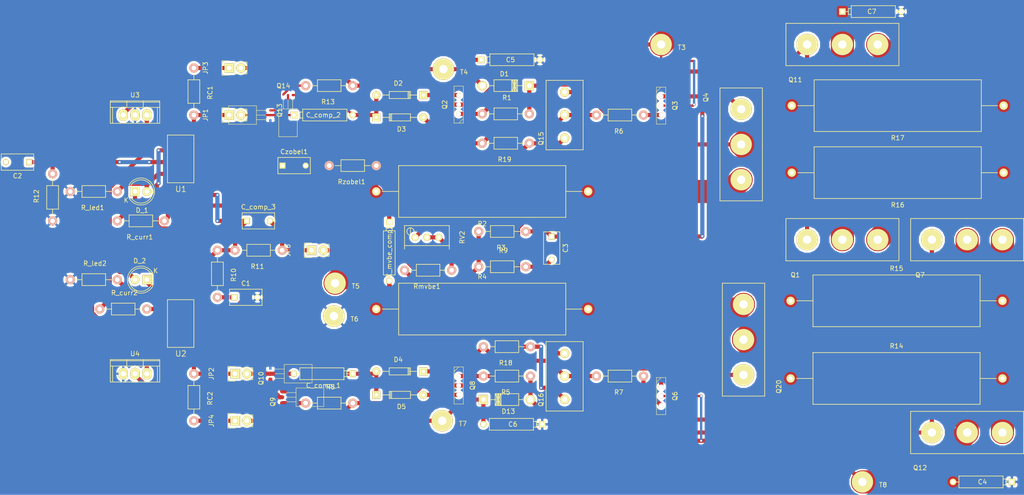
<source format=kicad_pcb>
(kicad_pcb (version 4) (host pcbnew 0.201511300701+6336~38~ubuntu15.04.1-stable)
  (layers (0 F.Cu signal) (31 B.Cu signal hide) (34 B.Paste user) (35 F.Paste user) (36 B.SilkS user) (37 F.SilkS user) (38 B.Mask user) (39 F.Mask user) (44 Edge.Cuts user))
  (net 0 "")
  (net 1 "Net-(C1-Pad1)")
  (net 2 EntradaGND)
  (net 3 "Net-(C2-Pad1)")
  (net 4 "Net-(C3-Pad1)")
  (net 5 "Net-(C3-Pad2)")
  (net 6 -50)
  (net 7 +15)
  (net 8 -15)
  (net 9 +50)
  (net 10 "Net-(C_comp_1-Pad1)")
  (net 11 "Net-(C_comp_1-Pad2)")
  (net 12 "Net-(C_comp_2-Pad1)")
  (net 13 "Net-(C_comp_2-Pad2)")
  (net 14 "Net-(C_comp_3-Pad1)")
  (net 15 "Net-(C_comp_3-Pad2)")
  (net 16 "Net-(C_mvbe_comp1-Pad1)")
  (net 17 "Net-(C_mvbe_comp1-Pad2)")
  (net 18 "Net-(D1-Pad1)")
  (net 19 "Net-(D2-Pad1)")
  (net 20 "Net-(D5-Pad2)")
  (net 21 "Net-(D13-Pad2)")
  (net 22 "Net-(D_1-Pad1)")
  (net 23 "Net-(D_1-Pad2)")
  (net 24 "Net-(D_2-Pad1)")
  (net 25 "Net-(D_2-Pad2)")
  (net 26 "Net-(JP1-Pad1)")
  (net 27 "Net-(JP2-Pad1)")
  (net 28 "Net-(JP3-Pad1)")
  (net 29 "Net-(JP4-Pad1)")
  (net 30 Realim)
  (net 31 "Net-(Q1-Pad1)")
  (net 32 "Net-(Q1-Pad3)")
  (net 33 "Net-(Q3-Pad3)")
  (net 34 "Net-(Q4-Pad3)")
  (net 35 "Net-(Q6-Pad3)")
  (net 36 "Net-(Q12-Pad1)")
  (net 37 "Net-(Q7-Pad3)")
  (net 38 "Net-(Q10-Pad1)")
  (net 39 "Net-(Q9-Pad1)")
  (net 40 "Net-(Q11-Pad3)")
  (net 41 "Net-(Q12-Pad3)")
  (net 42 "Net-(Q13-Pad1)")
  (net 43 "Net-(Q14-Pad1)")
  (net 44 "Net-(Q15-Pad1)")
  (net 45 "Net-(Q15-Pad3)")
  (net 46 "Net-(Q16-Pad3)")
  (net 47 "Net-(Q20-Pad3)")
  (net 48 "Net-(RV2-Pad2)")
  (net 49 "Net-(R_curr1-Pad1)")
  (net 50 "Net-(U1-Pad1)")
  (net 51 "Net-(U1-Pad10)")
  (net 52 "Net-(U2-Pad16)")
  (net 53 "Net-(U2-Pad12)")
  (net 54 Entrada)
  (net 55 "Net-(R_curr2-Pad2)")
  (net 56 "Net-(Czobel1-Pad2)")
  (module TO_SOT_Packages_THT:SOT126_SOT32_Housing_Vertical (layer F.Cu) (at 114.3 70.136 90)
    (fp_text reference Q2 (at 0 -3 90) (layer F.SilkS))
    (fp_text value MJE340)
    (pad 2 thru_hole circle (at 0 0 90) (size 1 1) (drill 1) (layers *.Cu *.Mask F.SilkS) (net 9 +50))
    (pad 1 thru_hole circle (at -2 0 90) (size 1 1) (drill 1) (layers *.Cu *.Mask F.SilkS) (net 31 "Net-(Q1-Pad1)"))
    (pad 3 thru_hole circle (at 2 0 90) (size 1 1) (drill 1) (layers *.Cu *.Mask F.SilkS) (net 19 "Net-(D2-Pad1)"))
  )
  (module bibliotecas:Bornera_Chica (layer F.Cu) (at 137.16 128.828 270)
    (fp_text reference Q16 (at 5.08 5.08 270) (layer F.SilkS))
    (fp_text value MJE350)
    (pad 1 thru_hole circle (at -4.95 0 270) (size 2 2) (drill 1.1) (layers *.Mask B.Cu F.SilkS) (net 44 "Net-(Q15-Pad1)"))
    (pad 2 thru_hole circle (at -0.05 0 270) (size 2 2) (drill 1.1) (layers *.Mask B.Cu F.SilkS) (net 17 "Net-(C_mvbe_comp1-Pad2)"))
    (pad 3 thru_hole circle (at 5 0 270) (size 2 2) (drill 1.1) (layers *.Mask B.Cu F.SilkS) (net 46 "Net-(Q16-Pad3)"))
  )
  (module Capacitors_ThroughHole:C_Rect_L7_W3.5_P5 (layer F.Cu) (at 65.866 111.76)
    (fp_text reference C1 (at 2.5 -3) (layer F.SilkS))
    (fp_text value 1m)
    (pad 1 thru_hole rect (at 0 0) (size 1.3 1.3) (drill 0.8) (layers *.Cu *.Mask F.SilkS) (net 1 "Net-(C1-Pad1)"))
    (pad 2 thru_hole circle (at 5 0) (size 1.3 1.3) (drill 0.8) (layers *.Cu *.Mask F.SilkS) (net 2 EntradaGND))
  )
  (module Capacitors_ThroughHole:C_Rect_L7_W3.5_P5 (layer F.Cu) (at 21.59 82.55 180)
    (fp_text reference C2 (at 2.5 -3 180) (layer F.SilkS))
    (fp_text value 47u)
    (pad 1 thru_hole rect (at 0 0 180) (size 1.3 1.3) (drill 0.8) (layers *.Cu *.Mask F.SilkS) (net 3 "Net-(C2-Pad1)"))
    (pad 2 thru_hole circle (at 5 0 180) (size 1.3 1.3) (drill 0.8) (layers *.Cu *.Mask F.SilkS) (net 54 Entrada))
  )
  (module Capacitors_ThroughHole:C_Rect_L7_W3.5_P5 (layer F.Cu) (at 134.366 98.632 270)
    (fp_text reference C3 (at 2.5 -3 270) (layer F.SilkS))
    (fp_text value 10n)
    (pad 1 thru_hole rect (at 0 0 270) (size 1.3 1.3) (drill 0.8) (layers *.Cu *.Mask F.SilkS) (net 4 "Net-(C3-Pad1)"))
    (pad 2 thru_hole circle (at 5 0 270) (size 1.3 1.3) (drill 0.8) (layers *.Cu *.Mask F.SilkS) (net 5 "Net-(C3-Pad2)"))
  )
  (module Discret:CP5 (layer F.Cu) (at 227.33 151.638 180)
    (fp_text reference C4 (at 0 0 180) (layer F.SilkS))
    (fp_text value 220u)
    (pad 1 thru_hole rect (at -6.35 0 180) (size 1.397 1.397) (drill 0.8128) (layers *.Cu *.Mask F.SilkS) (net 2 EntradaGND))
    (pad 2 thru_hole circle (at 6.35 0 180) (size 1.397 1.397) (drill 0.8128) (layers *.Cu *.Mask F.SilkS) (net 6 -50))
  )
  (module Discret:CP5 (layer F.Cu) (at 125.476 60.452)
    (fp_text reference C5 (at 0 0) (layer F.SilkS))
    (fp_text value 220u)
    (pad 1 thru_hole rect (at -6.35 0) (size 1.397 1.397) (drill 0.8128) (layers *.Cu *.Mask F.SilkS) (net 7 +15))
    (pad 2 thru_hole circle (at 6.35 0) (size 1.397 1.397) (drill 0.8128) (layers *.Cu *.Mask F.SilkS) (net 2 EntradaGND))
  )
  (module Discret:CP5 (layer F.Cu) (at 125.984 139.192 180)
    (fp_text reference C6 (at 0 0 180) (layer F.SilkS))
    (fp_text value 220u)
    (pad 1 thru_hole rect (at -6.35 0 180) (size 1.397 1.397) (drill 0.8128) (layers *.Cu *.Mask F.SilkS) (net 2 EntradaGND))
    (pad 2 thru_hole circle (at 6.35 0 180) (size 1.397 1.397) (drill 0.8128) (layers *.Cu *.Mask F.SilkS) (net 8 -15))
  )
  (module Discret:CP5 (layer F.Cu) (at 203.454 50.038)
    (fp_text reference C7 (at 0 0) (layer F.SilkS))
    (fp_text value 220u)
    (pad 1 thru_hole rect (at -6.35 0) (size 1.397 1.397) (drill 0.8128) (layers *.Cu *.Mask F.SilkS) (net 9 +50))
    (pad 2 thru_hole circle (at 6.35 0) (size 1.397 1.397) (drill 0.8128) (layers *.Cu *.Mask F.SilkS) (net 2 EntradaGND))
  )
  (module Discret:CP5 (layer F.Cu) (at 85.09 128.27 180)
    (fp_text reference C_comp_1 (at 0 -2.54 180) (layer F.SilkS))
    (fp_text value 40p)
    (pad 1 thru_hole rect (at -6.35 0 180) (size 1.397 1.397) (drill 0.8128) (layers *.Cu *.Mask F.SilkS) (net 10 "Net-(C_comp_1-Pad1)"))
    (pad 2 thru_hole circle (at 6.35 0 180) (size 1.397 1.397) (drill 0.8128) (layers *.Cu *.Mask F.SilkS) (net 11 "Net-(C_comp_1-Pad2)"))
  )
  (module Discret:CP5 (layer F.Cu) (at 85.09 72.39)
    (fp_text reference C_comp_2 (at 0 0) (layer F.SilkS))
    (fp_text value 40p)
    (pad 1 thru_hole rect (at -6.35 0) (size 1.397 1.397) (drill 0.8128) (layers *.Cu *.Mask F.SilkS) (net 12 "Net-(C_comp_2-Pad1)"))
    (pad 2 thru_hole circle (at 6.35 0) (size 1.397 1.397) (drill 0.8128) (layers *.Cu *.Mask F.SilkS) (net 13 "Net-(C_comp_2-Pad2)"))
  )
  (module Capacitors_ThroughHole:C_Rect_L7_W3.5_P5 (layer F.Cu) (at 68.58 95.25)
    (fp_text reference C_comp_3 (at 2.5 -3) (layer F.SilkS))
    (fp_text value 4p)
    (pad 1 thru_hole rect (at 0 0) (size 1.3 1.3) (drill 0.8) (layers *.Cu *.Mask F.SilkS) (net 14 "Net-(C_comp_3-Pad1)"))
    (pad 2 thru_hole circle (at 5 0) (size 1.3 1.3) (drill 0.8) (layers *.Cu *.Mask F.SilkS) (net 15 "Net-(C_comp_3-Pad2)"))
  )
  (module Discret:CP5 (layer F.Cu) (at 99.314 101.854 270)
    (fp_text reference C_mvbe_comp1 (at 0 0 270) (layer F.SilkS))
    (fp_text value 20n)
    (pad 1 thru_hole rect (at -6.35 0 270) (size 1.397 1.397) (drill 0.8128) (layers *.Cu *.Mask F.SilkS) (net 16 "Net-(C_mvbe_comp1-Pad1)"))
    (pad 2 thru_hole circle (at 6.35 0 270) (size 1.397 1.397) (drill 0.8128) (layers *.Cu *.Mask F.SilkS) (net 17 "Net-(C_mvbe_comp1-Pad2)"))
  )
  (module Diodes_ThroughHole:Diode_DO-41_SOD81_Horizontal_RM10 (layer F.Cu) (at 129.54 66.03746 180)
    (fp_text reference D1 (at 5.38734 2.53746 180) (layer F.SilkS))
    (fp_text value MBR1645)
    (pad 2 thru_hole circle (at 10.16 -0.00254) (size 1.99898 1.99898) (drill 1.27) (layers *.Cu *.Mask F.SilkS) (net 7 +15))
    (pad 1 thru_hole rect (at 0 -0.00254) (size 1.99898 1.99898) (drill 1.00076) (layers *.Cu *.Mask F.SilkS) (net 18 "Net-(D1-Pad1)"))
  )
  (module Diodes_ThroughHole:Diode_DO-35_SOD27_Horizontal_RM10 (layer F.Cu) (at 106.68052 68.06946 180)
    (fp_text reference D2 (at 5.43052 2.53746 180) (layer F.SilkS))
    (fp_text value D1N4148)
    (pad 2 thru_hole circle (at 10.16052 -0.00254) (size 1.69926 1.69926) (drill 0.70104) (layers *.Cu *.Mask F.SilkS) (net 13 "Net-(C_comp_2-Pad2)"))
    (pad 1 thru_hole rect (at 0.00052 -0.00254) (size 1.69926 1.69926) (drill 0.70104) (layers *.Cu *.Mask F.SilkS) (net 19 "Net-(D2-Pad1)"))
  )
  (module Diodes_ThroughHole:Diode_DO-35_SOD27_Horizontal_RM10 (layer F.Cu) (at 96.51948 72.90054)
    (fp_text reference D3 (at 5.43052 2.53746) (layer F.SilkS))
    (fp_text value D1N746)
    (pad 2 thru_hole circle (at 10.16052 -0.00254 180) (size 1.69926 1.69926) (drill 0.70104) (layers *.Cu *.Mask F.SilkS) (net 16 "Net-(C_mvbe_comp1-Pad1)"))
    (pad 1 thru_hole rect (at 0.00052 -0.00254 180) (size 1.69926 1.69926) (drill 0.70104) (layers *.Cu *.Mask F.SilkS) (net 13 "Net-(C_comp_2-Pad2)"))
  )
  (module Diodes_ThroughHole:Diode_DO-35_SOD27_Horizontal_RM10 (layer F.Cu) (at 106.68052 127.75946 180)
    (fp_text reference D4 (at 5.43052 2.53746 180) (layer F.SilkS))
    (fp_text value D1N746)
    (pad 2 thru_hole circle (at 10.16052 -0.00254) (size 1.69926 1.69926) (drill 0.70104) (layers *.Cu *.Mask F.SilkS) (net 10 "Net-(C_comp_1-Pad1)"))
    (pad 1 thru_hole rect (at 0.00052 -0.00254) (size 1.69926 1.69926) (drill 0.70104) (layers *.Cu *.Mask F.SilkS) (net 17 "Net-(C_mvbe_comp1-Pad2)"))
  )
  (module Diodes_ThroughHole:Diode_DO-35_SOD27_Horizontal_RM10 (layer F.Cu) (at 96.51948 132.84454)
    (fp_text reference D5 (at 5.43052 2.53746) (layer F.SilkS))
    (fp_text value D1N4148)
    (pad 2 thru_hole circle (at 10.16052 -0.00254 180) (size 1.69926 1.69926) (drill 0.70104) (layers *.Cu *.Mask F.SilkS) (net 20 "Net-(D5-Pad2)"))
    (pad 1 thru_hole rect (at 0.00052 -0.00254 180) (size 1.69926 1.69926) (drill 0.70104) (layers *.Cu *.Mask F.SilkS) (net 10 "Net-(C_comp_1-Pad1)"))
  )
  (module Diodes_ThroughHole:Diode_DO-41_SOD81_Horizontal_RM10 (layer F.Cu) (at 119.634 133.86054)
    (fp_text reference D13 (at 5.38734 2.53746) (layer F.SilkS))
    (fp_text value D)
    (pad 2 thru_hole circle (at 10.16 -0.00254 180) (size 1.99898 1.99898) (drill 1.27) (layers *.Cu *.Mask F.SilkS) (net 21 "Net-(D13-Pad2)"))
    (pad 1 thru_hole rect (at 0 -0.00254 180) (size 1.99898 1.99898) (drill 1.00076) (layers *.Cu *.Mask F.SilkS) (net 8 -15))
  )
  (module LEDs:LED-5MM (layer F.Cu) (at 44.45 88.9)
    (fp_text reference D_1 (at 1.524 4.064) (layer F.SilkS))
    (fp_text value LED)
    (fp_text user K (at -1.905 1.905) (layer F.SilkS))
    (pad 1 thru_hole rect (at 0 0 90) (size 2 1.9) (drill 1.00076) (layers *.Cu *.Mask F.SilkS) (net 22 "Net-(D_1-Pad1)"))
    (pad 2 thru_hole circle (at 2.54 0) (size 1.9 1.9) (drill 1.00076) (layers *.Cu *.Mask F.SilkS) (net 23 "Net-(D_1-Pad2)"))
  )
  (module LEDs:LED-5MM (layer F.Cu) (at 46.99 107.95 180)
    (fp_text reference D_2 (at 1.524 4.064 180) (layer F.SilkS))
    (fp_text value LED)
    (fp_text user K (at -1.905 1.905 180) (layer F.SilkS))
    (pad 1 thru_hole rect (at 0 0 270) (size 2 1.9) (drill 1.00076) (layers *.Cu *.Mask F.SilkS) (net 24 "Net-(D_2-Pad1)"))
    (pad 2 thru_hole circle (at 2.54 0 180) (size 1.9 1.9) (drill 1.00076) (layers *.Cu *.Mask F.SilkS) (net 25 "Net-(D_2-Pad2)"))
  )
  (module Pin_Headers:Pin_Header_Straight_1x02 (layer F.Cu) (at 64.77 72.39 90)
    (fp_text reference JP1 (at 0 -5.1 90) (layer F.SilkS))
    (fp_text value JUMPER)
    (pad 1 thru_hole rect (at 0 0 90) (size 2.032 2.032) (drill 1.016) (layers *.Cu *.Mask F.SilkS) (net 26 "Net-(JP1-Pad1)"))
    (pad 2 thru_hole oval (at 0 2.54 90) (size 2.032 2.032) (drill 1.016) (layers *.Cu *.Mask F.SilkS) (net 12 "Net-(C_comp_2-Pad1)"))
  )
  (module Pin_Headers:Pin_Header_Straight_1x02 (layer F.Cu) (at 66.04 128.27 90)
    (fp_text reference JP2 (at 0 -5.1 90) (layer F.SilkS))
    (fp_text value JUMPER)
    (pad 1 thru_hole rect (at 0 0 90) (size 2.032 2.032) (drill 1.016) (layers *.Cu *.Mask F.SilkS) (net 27 "Net-(JP2-Pad1)"))
    (pad 2 thru_hole oval (at 0 2.54 90) (size 2.032 2.032) (drill 1.016) (layers *.Cu *.Mask F.SilkS) (net 11 "Net-(C_comp_1-Pad2)"))
  )
  (module Pin_Headers:Pin_Header_Straight_1x02 (layer F.Cu) (at 64.77 62.23 90)
    (fp_text reference JP3 (at 0 -5.1 90) (layer F.SilkS))
    (fp_text value JUMPER)
    (pad 1 thru_hole rect (at 0 0 90) (size 2.032 2.032) (drill 1.016) (layers *.Cu *.Mask F.SilkS) (net 28 "Net-(JP3-Pad1)"))
    (pad 2 thru_hole oval (at 0 2.54 90) (size 2.032 2.032) (drill 1.016) (layers *.Cu *.Mask F.SilkS) (net 9 +50))
  )
  (module Pin_Headers:Pin_Header_Straight_1x02 (layer F.Cu) (at 66.04 138.43 90)
    (fp_text reference JP4 (at 0 -5.1 90) (layer F.SilkS))
    (fp_text value JUMPER)
    (pad 1 thru_hole rect (at 0 0 90) (size 2.032 2.032) (drill 1.016) (layers *.Cu *.Mask F.SilkS) (net 29 "Net-(JP4-Pad1)"))
    (pad 2 thru_hole oval (at 0 2.54 90) (size 2.032 2.032) (drill 1.016) (layers *.Cu *.Mask F.SilkS) (net 6 -50))
  )
  (module Pin_Headers:Pin_Header_Straight_1x02 (layer F.Cu) (at 82.55 101.6 90)
    (fp_text reference JP5 (at 0 -5.1 90) (layer F.SilkS))
    (fp_text value JUMPER)
    (pad 1 thru_hole rect (at 0 0 90) (size 2.032 2.032) (drill 1.016) (layers *.Cu *.Mask F.SilkS) (net 15 "Net-(C_comp_3-Pad2)"))
    (pad 2 thru_hole oval (at 0 2.54 90) (size 2.032 2.032) (drill 1.016) (layers *.Cu *.Mask F.SilkS) (net 30 Realim))
  )
  (module bibliotecas:DT-25-B01W-03 (layer F.Cu) (at 197.104 99.314)
    (fp_text reference Q1 (at -10.16 7.62) (layer F.SilkS))
    (fp_text value 2SC3281)
    (pad 1 thru_hole circle (at -7.62 0) (size 4.6 4.6) (drill 1.8) (layers *.Mask B.Cu F.SilkS) (net 31 "Net-(Q1-Pad1)"))
    (pad 2 thru_hole circle (at 0 0) (size 4.6 4.6) (drill 1.8) (layers *.Mask B.Cu F.SilkS) (net 9 +50))
    (pad 3 thru_hole circle (at 7.62 0) (size 4.6 4.6) (drill 1.8) (layers *.Mask B.Cu F.SilkS) (net 32 "Net-(Q1-Pad3)"))
  )
  (module TO_SOT_Packages_THT:SOT126_SOT32_Housing_Vertical (layer F.Cu) (at 157.988 70.358 270)
    (fp_text reference Q3 (at 0 -3 270) (layer F.SilkS))
    (fp_text value MJE340)
    (pad 2 thru_hole circle (at 0 0 270) (size 1 1) (drill 1) (layers *.Cu *.Mask F.SilkS) (net 9 +50))
    (pad 1 thru_hole circle (at -2 0 270) (size 1 1) (drill 1) (layers *.Cu *.Mask F.SilkS) (net 4 "Net-(C3-Pad1)"))
    (pad 3 thru_hole circle (at 2 0 270) (size 1 1) (drill 1) (layers *.Cu *.Mask F.SilkS) (net 33 "Net-(Q3-Pad3)"))
  )
  (module bibliotecas:DT-25-B01W-03 (layer F.Cu) (at 175.26 78.74 270)
    (fp_text reference Q4 (at -10.16 7.62 270) (layer F.SilkS))
    (fp_text value 2SC3281)
    (pad 1 thru_hole circle (at -7.62 0 270) (size 4.6 4.6) (drill 1.8) (layers *.Mask B.Cu F.SilkS) (net 4 "Net-(C3-Pad1)"))
    (pad 2 thru_hole circle (at 0 0 270) (size 4.6 4.6) (drill 1.8) (layers *.Mask B.Cu F.SilkS) (net 18 "Net-(D1-Pad1)"))
    (pad 3 thru_hole circle (at 7.62 0 270) (size 4.6 4.6) (drill 1.8) (layers *.Mask B.Cu F.SilkS) (net 34 "Net-(Q4-Pad3)"))
  )
  (module TO_SOT_Packages_THT:SOT126_SOT32_Housing_Vertical (layer F.Cu) (at 157.988 133.096 270)
    (fp_text reference Q6 (at 0 -3 270) (layer F.SilkS))
    (fp_text value MJE350)
    (pad 2 thru_hole circle (at 0 0 270) (size 1 1) (drill 1) (layers *.Cu *.Mask F.SilkS) (net 6 -50))
    (pad 1 thru_hole circle (at -2 0 270) (size 1 1) (drill 1) (layers *.Cu *.Mask F.SilkS) (net 5 "Net-(C3-Pad2)"))
    (pad 3 thru_hole circle (at 2 0 270) (size 1 1) (drill 1) (layers *.Cu *.Mask F.SilkS) (net 35 "Net-(Q6-Pad3)"))
  )
  (module bibliotecas:DT-25-B01W-03 (layer F.Cu) (at 224.028 99.314)
    (fp_text reference Q7 (at -10.16 7.62) (layer F.SilkS))
    (fp_text value 2SA1302)
    (pad 1 thru_hole circle (at -7.62 0) (size 4.6 4.6) (drill 1.8) (layers *.Mask B.Cu F.SilkS) (net 36 "Net-(Q12-Pad1)"))
    (pad 2 thru_hole circle (at 0 0) (size 4.6 4.6) (drill 1.8) (layers *.Mask B.Cu F.SilkS) (net 6 -50))
    (pad 3 thru_hole circle (at 7.62 0) (size 4.6 4.6) (drill 1.8) (layers *.Mask B.Cu F.SilkS) (net 37 "Net-(Q7-Pad3)"))
  )
  (module TO_SOT_Packages_THT:SOT126_SOT32_Housing_Vertical (layer F.Cu) (at 114.3 130.81 270)
    (fp_text reference Q8 (at 0 -3 270) (layer F.SilkS))
    (fp_text value MJE350)
    (pad 2 thru_hole circle (at 0 0 270) (size 1 1) (drill 1) (layers *.Cu *.Mask F.SilkS) (net 6 -50))
    (pad 1 thru_hole circle (at -2 0 270) (size 1 1) (drill 1) (layers *.Cu *.Mask F.SilkS) (net 36 "Net-(Q12-Pad1)"))
    (pad 3 thru_hole circle (at 2 0 270) (size 1 1) (drill 1) (layers *.Cu *.Mask F.SilkS) (net 20 "Net-(D5-Pad2)"))
  )
  (module TO_SOT_Packages_THT:TO-92_Horizontal1_Inline_Narrow_Oval (layer F.Cu) (at 76.2 134.35 90)
    (fp_text reference Q9 (at 0 -2 270) (layer F.SilkS))
    (fp_text value MPSA42)
    (pad 2 thru_hole oval (at 1 0 270) (size 0 1) (drill 0.762) (layers *.Cu *.Mask F.SilkS) (net 38 "Net-(Q10-Pad1)"))
    (pad 3 thru_hole oval (at 2 0 270) (size 0 1) (drill 0.762) (layers *.Cu *.Mask F.SilkS) (net 10 "Net-(C_comp_1-Pad1)"))
    (pad 1 thru_hole oval (at 0 0 270) (size 0 1) (drill 0.762) (layers *.Cu *.Mask F.SilkS) (net 39 "Net-(Q9-Pad1)"))
  )
  (module TO_SOT_Packages_THT:TO-92_Horizontal1_Inline_Narrow_Oval (layer F.Cu) (at 73.66 129.27 90)
    (fp_text reference Q10 (at 0 -2 270) (layer F.SilkS))
    (fp_text value MPSA42)
    (pad 2 thru_hole oval (at 1 0 270) (size 0 1) (drill 0.762) (layers *.Cu *.Mask F.SilkS) (net 11 "Net-(C_comp_1-Pad2)"))
    (pad 3 thru_hole oval (at 2 0 270) (size 0 1) (drill 0.762) (layers *.Cu *.Mask F.SilkS) (net 2 EntradaGND))
    (pad 1 thru_hole oval (at 0 0 270) (size 0 1) (drill 0.762) (layers *.Cu *.Mask F.SilkS) (net 38 "Net-(Q10-Pad1)"))
  )
  (module bibliotecas:DT-25-B01W-03 (layer F.Cu) (at 197.104 57.15)
    (fp_text reference Q11 (at -10.16 7.62) (layer F.SilkS))
    (fp_text value 2SC3281)
    (pad 1 thru_hole circle (at -7.62 0) (size 4.6 4.6) (drill 1.8) (layers *.Mask B.Cu F.SilkS) (net 31 "Net-(Q1-Pad1)"))
    (pad 2 thru_hole circle (at 0 0) (size 4.6 4.6) (drill 1.8) (layers *.Mask B.Cu F.SilkS) (net 9 +50))
    (pad 3 thru_hole circle (at 7.62 0) (size 4.6 4.6) (drill 1.8) (layers *.Mask B.Cu F.SilkS) (net 40 "Net-(Q11-Pad3)"))
  )
  (module bibliotecas:DT-25-B01W-03 (layer F.Cu) (at 224.028 140.97)
    (fp_text reference Q12 (at -10.16 7.62) (layer F.SilkS))
    (fp_text value 2SA1302)
    (pad 1 thru_hole circle (at -7.62 0) (size 4.6 4.6) (drill 1.8) (layers *.Mask B.Cu F.SilkS) (net 36 "Net-(Q12-Pad1)"))
    (pad 2 thru_hole circle (at 0 0) (size 4.6 4.6) (drill 1.8) (layers *.Mask B.Cu F.SilkS) (net 6 -50))
    (pad 3 thru_hole circle (at 7.62 0) (size 4.6 4.6) (drill 1.8) (layers *.Mask B.Cu F.SilkS) (net 41 "Net-(Q12-Pad3)"))
  )
  (module TO_SOT_Packages_THT:TO-92_Horizontal1_Inline_Narrow_Oval (layer F.Cu) (at 73.66 71.39 270)
    (fp_text reference Q13 (at 0 -2 450) (layer F.SilkS))
    (fp_text value MPSA92)
    (pad 2 thru_hole oval (at 1 0 90) (size 0 1) (drill 0.762) (layers *.Cu *.Mask F.SilkS) (net 12 "Net-(C_comp_2-Pad1)"))
    (pad 3 thru_hole oval (at 2 0 90) (size 0 1) (drill 0.762) (layers *.Cu *.Mask F.SilkS) (net 2 EntradaGND))
    (pad 1 thru_hole oval (at 0 0 90) (size 0 1) (drill 0.762) (layers *.Cu *.Mask F.SilkS) (net 42 "Net-(Q13-Pad1)"))
  )
  (module TO_SOT_Packages_THT:TO-92_Horizontal1_Inline_Narrow_Oval (layer F.Cu) (at 76.47 68.072)
    (fp_text reference Q14 (at 0 -2 180) (layer F.SilkS))
    (fp_text value MPSA92)
    (pad 2 thru_hole oval (at 1 0 180) (size 0 1) (drill 0.762) (layers *.Cu *.Mask F.SilkS) (net 42 "Net-(Q13-Pad1)"))
    (pad 3 thru_hole oval (at 2 0 180) (size 0 1) (drill 0.762) (layers *.Cu *.Mask F.SilkS) (net 13 "Net-(C_comp_2-Pad2)"))
    (pad 1 thru_hole oval (at 0 0 180) (size 0 1) (drill 0.762) (layers *.Cu *.Mask F.SilkS) (net 43 "Net-(Q14-Pad1)"))
  )
  (module bibliotecas:Bornera_Chica (layer F.Cu) (at 137.16 72.39 270)
    (fp_text reference Q15 (at 5.08 5.08 270) (layer F.SilkS))
    (fp_text value MJE340)
    (pad 1 thru_hole circle (at -4.95 0 270) (size 2 2) (drill 1.1) (layers *.Mask B.Cu F.SilkS) (net 44 "Net-(Q15-Pad1)"))
    (pad 2 thru_hole circle (at -0.05 0 270) (size 2 2) (drill 1.1) (layers *.Mask B.Cu F.SilkS) (net 16 "Net-(C_mvbe_comp1-Pad1)"))
    (pad 3 thru_hole circle (at 5 0 270) (size 2 2) (drill 1.1) (layers *.Mask B.Cu F.SilkS) (net 45 "Net-(Q15-Pad3)"))
  )
  (module bibliotecas:DT-25-B01W-03 (layer F.Cu) (at 175.768 120.904 90)
    (fp_text reference Q20 (at -10.16 7.62 90) (layer F.SilkS))
    (fp_text value 2SA1302)
    (pad 1 thru_hole circle (at -7.62 0 90) (size 4.6 4.6) (drill 1.8) (layers *.Mask B.Cu F.SilkS) (net 5 "Net-(C3-Pad2)"))
    (pad 2 thru_hole circle (at 0 0 90) (size 4.6 4.6) (drill 1.8) (layers *.Mask B.Cu F.SilkS) (net 21 "Net-(D13-Pad2)"))
    (pad 3 thru_hole circle (at 7.62 0 90) (size 4.6 4.6) (drill 1.8) (layers *.Mask B.Cu F.SilkS) (net 47 "Net-(Q20-Pad3)"))
  )
  (module Resistors_ThroughHole:Resistor_Horizontal_RM10mm (layer F.Cu) (at 124.46 72.136)
    (fp_text reference R1 (at 0.24892 -3.50012) (layer F.SilkS))
    (fp_text value 100R)
    (pad 1 thru_hole circle (at -5.08 0) (size 1.99898 1.99898) (drill 1.00076) (layers *.Cu *.SilkS *.Mask) (net 31 "Net-(Q1-Pad1)"))
    (pad 2 thru_hole circle (at 5.08 0) (size 1.99898 1.99898) (drill 1.00076) (layers *.Cu *.SilkS *.Mask) (net 18 "Net-(D1-Pad1)"))
  )
  (module Resistors_ThroughHole:Resistor_Ceramic_Horizontal_L36mm-W11mm-H10mm-p45mm (layer F.Cu) (at 119.38 88.9 180)
    (fp_text reference R2 (at 0 -6.985 180) (layer F.SilkS))
    (fp_text value 0R25)
    (pad 1 thru_hole circle (at -22.86 0) (size 1.8 1.8) (drill 0.9) (layers *.Cu *.Mask F.SilkS) (net 34 "Net-(Q4-Pad3)"))
    (pad 2 thru_hole circle (at 22.86 0) (size 1.8 1.8) (drill 0.9) (layers *.Cu *.Mask F.SilkS) (net 30 Realim))
  )
  (module Resistors_ThroughHole:Resistor_Horizontal_RM10mm (layer F.Cu) (at 123.698 97.536 180)
    (fp_text reference R3 (at 0.24892 -3.50012 180) (layer F.SilkS))
    (fp_text value 100R)
    (pad 1 thru_hole circle (at -5.08 0 180) (size 1.99898 1.99898) (drill 1.00076) (layers *.Cu *.SilkS *.Mask) (net 4 "Net-(C3-Pad1)"))
    (pad 2 thru_hole circle (at 5.08 0 180) (size 1.99898 1.99898) (drill 1.00076) (layers *.Cu *.SilkS *.Mask) (net 30 Realim))
  )
  (module Resistors_ThroughHole:Resistor_Ceramic_Horizontal_L36mm-W11mm-H10mm-p45mm (layer F.Cu) (at 119.38 114.3)
    (fp_text reference R4 (at 0 -6.985) (layer F.SilkS))
    (fp_text value 0R25)
    (pad 1 thru_hole circle (at -22.86 0 180) (size 1.8 1.8) (drill 0.9) (layers *.Cu *.Mask F.SilkS) (net 30 Realim))
    (pad 2 thru_hole circle (at 22.86 0 180) (size 1.8 1.8) (drill 0.9) (layers *.Cu *.Mask F.SilkS) (net 47 "Net-(Q20-Pad3)"))
  )
  (module Resistors_ThroughHole:Resistor_Horizontal_RM10mm (layer F.Cu) (at 124.714 128.778 180)
    (fp_text reference R5 (at 0.24892 -3.50012 180) (layer F.SilkS))
    (fp_text value 100R)
    (pad 1 thru_hole circle (at -5.08 0 180) (size 1.99898 1.99898) (drill 1.00076) (layers *.Cu *.SilkS *.Mask) (net 21 "Net-(D13-Pad2)"))
    (pad 2 thru_hole circle (at 5.08 0 180) (size 1.99898 1.99898) (drill 1.00076) (layers *.Cu *.SilkS *.Mask) (net 36 "Net-(Q12-Pad1)"))
  )
  (module Resistors_ThroughHole:Resistor_Horizontal_RM10mm (layer F.Cu) (at 149.098 72.39 180)
    (fp_text reference R6 (at 0.24892 -3.50012 180) (layer F.SilkS))
    (fp_text value 100R)
    (pad 1 thru_hole circle (at -5.08 0 180) (size 1.99898 1.99898) (drill 1.00076) (layers *.Cu *.SilkS *.Mask) (net 33 "Net-(Q3-Pad3)"))
    (pad 2 thru_hole circle (at 5.08 0 180) (size 1.99898 1.99898) (drill 1.00076) (layers *.Cu *.SilkS *.Mask) (net 16 "Net-(C_mvbe_comp1-Pad1)"))
  )
  (module Resistors_ThroughHole:Resistor_Horizontal_RM10mm (layer F.Cu) (at 149.098 128.778 180)
    (fp_text reference R7 (at 0.24892 -3.50012 180) (layer F.SilkS))
    (fp_text value 100R)
    (pad 1 thru_hole circle (at -5.08 0 180) (size 1.99898 1.99898) (drill 1.00076) (layers *.Cu *.SilkS *.Mask) (net 35 "Net-(Q6-Pad3)"))
    (pad 2 thru_hole circle (at 5.08 0 180) (size 1.99898 1.99898) (drill 1.00076) (layers *.Cu *.SilkS *.Mask) (net 17 "Net-(C_mvbe_comp1-Pad2)"))
  )
  (module Resistors_ThroughHole:Resistor_Horizontal_RM10mm (layer F.Cu) (at 86.36 134.62)
    (fp_text reference R8 (at 0.24892 -3.50012) (layer F.SilkS))
    (fp_text value 33R)
    (pad 1 thru_hole circle (at -5.08 0) (size 1.99898 1.99898) (drill 1.00076) (layers *.Cu *.SilkS *.Mask) (net 39 "Net-(Q9-Pad1)"))
    (pad 2 thru_hole circle (at 5.08 0) (size 1.99898 1.99898) (drill 1.00076) (layers *.Cu *.SilkS *.Mask) (net 6 -50))
  )
  (module Resistors_ThroughHole:Resistor_Horizontal_RM10mm (layer F.Cu) (at 123.698 105.156)
    (fp_text reference R9 (at 0.24892 -3.50012) (layer F.SilkS))
    (fp_text value 100R)
    (pad 1 thru_hole circle (at -5.08 0) (size 1.99898 1.99898) (drill 1.00076) (layers *.Cu *.SilkS *.Mask) (net 30 Realim))
    (pad 2 thru_hole circle (at 5.08 0) (size 1.99898 1.99898) (drill 1.00076) (layers *.Cu *.SilkS *.Mask) (net 5 "Net-(C3-Pad2)"))
  )
  (module Resistors_ThroughHole:Resistor_Horizontal_RM10mm (layer F.Cu) (at 62.23 106.68 270)
    (fp_text reference R10 (at 0.24892 -3.50012 270) (layer F.SilkS))
    (fp_text value 366R)
    (pad 1 thru_hole circle (at -5.08 0 270) (size 1.99898 1.99898) (drill 1.00076) (layers *.Cu *.SilkS *.Mask) (net 14 "Net-(C_comp_3-Pad1)"))
    (pad 2 thru_hole circle (at 5.08 0 270) (size 1.99898 1.99898) (drill 1.00076) (layers *.Cu *.SilkS *.Mask) (net 1 "Net-(C1-Pad1)"))
  )
  (module Resistors_ThroughHole:Resistor_Horizontal_RM10mm (layer F.Cu) (at 71.12 101.6 180)
    (fp_text reference R11 (at 0.24892 -3.50012 180) (layer F.SilkS))
    (fp_text value 10k)
    (pad 1 thru_hole circle (at -5.08 0 180) (size 1.99898 1.99898) (drill 1.00076) (layers *.Cu *.SilkS *.Mask) (net 15 "Net-(C_comp_3-Pad2)"))
    (pad 2 thru_hole circle (at 5.08 0 180) (size 1.99898 1.99898) (drill 1.00076) (layers *.Cu *.SilkS *.Mask) (net 14 "Net-(C_comp_3-Pad1)"))
  )
  (module Resistors_ThroughHole:Resistor_Horizontal_RM10mm (layer F.Cu) (at 26.67 90.17 90)
    (fp_text reference R12 (at 0.24892 -3.50012 90) (layer F.SilkS))
    (fp_text value 10k)
    (pad 1 thru_hole circle (at -5.08 0 90) (size 1.99898 1.99898) (drill 1.00076) (layers *.Cu *.SilkS *.Mask) (net 2 EntradaGND))
    (pad 2 thru_hole circle (at 5.08 0 90) (size 1.99898 1.99898) (drill 1.00076) (layers *.Cu *.SilkS *.Mask) (net 3 "Net-(C2-Pad1)"))
  )
  (module Resistors_ThroughHole:Resistor_Horizontal_RM10mm (layer F.Cu) (at 86.36 66.04 180)
    (fp_text reference R13 (at 0.24892 -3.50012 180) (layer F.SilkS))
    (fp_text value 33R)
    (pad 1 thru_hole circle (at -5.08 0 180) (size 1.99898 1.99898) (drill 1.00076) (layers *.Cu *.SilkS *.Mask) (net 9 +50))
    (pad 2 thru_hole circle (at 5.08 0 180) (size 1.99898 1.99898) (drill 1.00076) (layers *.Cu *.SilkS *.Mask) (net 43 "Net-(Q14-Pad1)"))
  )
  (module Resistors_ThroughHole:Resistor_Ceramic_Horizontal_L36mm-W11mm-H10mm-p45mm (layer F.Cu) (at 208.788 129.286)
    (fp_text reference R14 (at 0 -6.985) (layer F.SilkS))
    (fp_text value 0R1)
    (pad 1 thru_hole circle (at -22.86 0 180) (size 1.8 1.8) (drill 0.9) (layers *.Cu *.Mask F.SilkS) (net 21 "Net-(D13-Pad2)"))
    (pad 2 thru_hole circle (at 22.86 0 180) (size 1.8 1.8) (drill 0.9) (layers *.Cu *.Mask F.SilkS) (net 41 "Net-(Q12-Pad3)"))
  )
  (module Resistors_ThroughHole:Resistor_Ceramic_Horizontal_L36mm-W11mm-H10mm-p45mm (layer F.Cu) (at 208.788 112.522)
    (fp_text reference R15 (at 0 -6.985) (layer F.SilkS))
    (fp_text value 0R1)
    (pad 1 thru_hole circle (at -22.86 0 180) (size 1.8 1.8) (drill 0.9) (layers *.Cu *.Mask F.SilkS) (net 21 "Net-(D13-Pad2)"))
    (pad 2 thru_hole circle (at 22.86 0 180) (size 1.8 1.8) (drill 0.9) (layers *.Cu *.Mask F.SilkS) (net 37 "Net-(Q7-Pad3)"))
  )
  (module Resistors_ThroughHole:Resistor_Ceramic_Horizontal_L36mm-W11mm-H10mm-p45mm (layer F.Cu) (at 209.042 84.836 180)
    (fp_text reference R16 (at 0 -6.985 180) (layer F.SilkS))
    (fp_text value 0R1)
    (pad 1 thru_hole circle (at -22.86 0) (size 1.8 1.8) (drill 0.9) (layers *.Cu *.Mask F.SilkS) (net 32 "Net-(Q1-Pad3)"))
    (pad 2 thru_hole circle (at 22.86 0) (size 1.8 1.8) (drill 0.9) (layers *.Cu *.Mask F.SilkS) (net 18 "Net-(D1-Pad1)"))
  )
  (module Resistors_ThroughHole:Resistor_Ceramic_Horizontal_L36mm-W11mm-H10mm-p45mm (layer F.Cu) (at 209.042 70.358 180)
    (fp_text reference R17 (at 0 -6.985 360) (layer F.SilkS))
    (fp_text value 0R1)
    (pad 1 thru_hole circle (at -22.86 0) (size 1.8 1.8) (drill 0.9) (layers *.Cu *.Mask F.SilkS) (net 40 "Net-(Q11-Pad3)"))
    (pad 2 thru_hole circle (at 22.86 0) (size 1.8 1.8) (drill 0.9) (layers *.Cu *.Mask F.SilkS) (net 18 "Net-(D1-Pad1)"))
  )
  (module Resistors_ThroughHole:Resistor_Horizontal_RM10mm (layer F.Cu) (at 124.714 122.428 180)
    (fp_text reference R18 (at 0.24892 -3.50012 180) (layer F.SilkS))
    (fp_text value 150R)
    (pad 1 thru_hole circle (at -5.08 0 180) (size 1.99898 1.99898) (drill 1.00076) (layers *.Cu *.SilkS *.Mask) (net 46 "Net-(Q16-Pad3)"))
    (pad 2 thru_hole circle (at 5.08 0 180) (size 1.99898 1.99898) (drill 1.00076) (layers *.Cu *.SilkS *.Mask) (net 17 "Net-(C_mvbe_comp1-Pad2)"))
  )
  (module Resistors_ThroughHole:Resistor_Horizontal_RM10mm (layer F.Cu) (at 124.46 78.486 180)
    (fp_text reference R19 (at 0.24892 -3.50012 180) (layer F.SilkS))
    (fp_text value 150R)
    (pad 1 thru_hole circle (at -5.08 0 180) (size 1.99898 1.99898) (drill 1.00076) (layers *.Cu *.SilkS *.Mask) (net 45 "Net-(Q15-Pad3)"))
    (pad 2 thru_hole circle (at 5.08 0 180) (size 1.99898 1.99898) (drill 1.00076) (layers *.Cu *.SilkS *.Mask) (net 16 "Net-(C_mvbe_comp1-Pad1)"))
  )
  (module Resistors_ThroughHole:Resistor_Horizontal_RM10mm (layer F.Cu) (at 57.15 67.31 270)
    (fp_text reference RC1 (at 0.24892 -3.50012 270) (layer F.SilkS))
    (fp_text value 2.4k)
    (pad 1 thru_hole circle (at -5.08 0 270) (size 1.99898 1.99898) (drill 1.00076) (layers *.Cu *.SilkS *.Mask) (net 28 "Net-(JP3-Pad1)"))
    (pad 2 thru_hole circle (at 5.08 0 270) (size 1.99898 1.99898) (drill 1.00076) (layers *.Cu *.SilkS *.Mask) (net 26 "Net-(JP1-Pad1)"))
  )
  (module Resistors_ThroughHole:Resistor_Horizontal_RM10mm (layer F.Cu) (at 57.15 133.35 270)
    (fp_text reference RC2 (at 0.24892 -3.50012 270) (layer F.SilkS))
    (fp_text value 2.4k)
    (pad 1 thru_hole circle (at -5.08 0 270) (size 1.99898 1.99898) (drill 1.00076) (layers *.Cu *.SilkS *.Mask) (net 27 "Net-(JP2-Pad1)"))
    (pad 2 thru_hole circle (at 5.08 0 270) (size 1.99898 1.99898) (drill 1.00076) (layers *.Cu *.SilkS *.Mask) (net 29 "Net-(JP4-Pad1)"))
  )
  (module Resistors_ThroughHole:Resistor_Horizontal_RM10mm (layer F.Cu) (at 107.696 105.918 180)
    (fp_text reference Rmvbe1 (at 0.24892 -3.50012 180) (layer F.SilkS))
    (fp_text value 270R)
    (pad 1 thru_hole circle (at -5.08 0 180) (size 1.99898 1.99898) (drill 1.00076) (layers *.Cu *.SilkS *.Mask) (net 48 "Net-(RV2-Pad2)"))
    (pad 2 thru_hole circle (at 5.08 0 180) (size 1.99898 1.99898) (drill 1.00076) (layers *.Cu *.SilkS *.Mask) (net 46 "Net-(Q16-Pad3)"))
  )
  (module Potentiometers:Potentiometer_Bourns_3296W_3-8Zoll_Inline_ScrewUp (layer F.Cu) (at 104.902 98.806 270)
    (fp_text reference RV2 (at 0 -10.16 270) (layer F.SilkS))
    (fp_text value POT)
    (pad 2 thru_hole circle (at 0 -2.54 270) (size 1.524 1.524) (drill 0.8128) (layers *.Cu *.Mask F.SilkS) (net 48 "Net-(RV2-Pad2)"))
    (pad 3 thru_hole circle (at 0 -5.08 270) (size 1.524 1.524) (drill 0.8128) (layers *.Cu *.Mask F.SilkS) (net 48 "Net-(RV2-Pad2)"))
    (pad 1 thru_hole circle (at 0 0 270) (size 1.524 1.524) (drill 0.8128) (layers *.Cu *.Mask F.SilkS) (net 45 "Net-(Q15-Pad3)"))
  )
  (module Resistors_ThroughHole:Resistor_Horizontal_RM10mm (layer F.Cu) (at 45.72 95.25 180)
    (fp_text reference R_curr1 (at 0.24892 -3.50012 180) (layer F.SilkS))
    (fp_text value 820R)
    (pad 1 thru_hole circle (at -5.08 0 180) (size 1.99898 1.99898) (drill 1.00076) (layers *.Cu *.SilkS *.Mask) (net 49 "Net-(R_curr1-Pad1)"))
    (pad 2 thru_hole circle (at 5.08 0 180) (size 1.99898 1.99898) (drill 1.00076) (layers *.Cu *.SilkS *.Mask) (net 22 "Net-(D_1-Pad1)"))
  )
  (module Resistors_ThroughHole:Resistor_Horizontal_RM10mm (layer F.Cu) (at 41.91 114.3)
    (fp_text reference R_curr2 (at 0.24892 -3.50012) (layer F.SilkS))
    (fp_text value 820R)
    (pad 1 thru_hole circle (at -5.08 0) (size 1.99898 1.99898) (drill 1.00076) (layers *.Cu *.SilkS *.Mask) (net 25 "Net-(D_2-Pad2)"))
    (pad 2 thru_hole circle (at 5.08 0) (size 1.99898 1.99898) (drill 1.00076) (layers *.Cu *.SilkS *.Mask) (net 55 "Net-(R_curr2-Pad2)"))
  )
  (module Resistors_ThroughHole:Resistor_Horizontal_RM10mm (layer F.Cu) (at 35.56 88.9 180)
    (fp_text reference R_led1 (at 0.24892 -3.50012 180) (layer F.SilkS))
    (fp_text value 6.8k)
    (pad 1 thru_hole circle (at -5.08 0 180) (size 1.99898 1.99898) (drill 1.00076) (layers *.Cu *.SilkS *.Mask) (net 23 "Net-(D_1-Pad2)"))
    (pad 2 thru_hole circle (at 5.08 0 180) (size 1.99898 1.99898) (drill 1.00076) (layers *.Cu *.SilkS *.Mask) (net 2 EntradaGND))
  )
  (module Resistors_ThroughHole:Resistor_Horizontal_RM10mm (layer F.Cu) (at 35.56 107.95)
    (fp_text reference R_led2 (at 0.24892 -3.50012) (layer F.SilkS))
    (fp_text value 6.8k)
    (pad 1 thru_hole circle (at -5.08 0) (size 1.99898 1.99898) (drill 1.00076) (layers *.Cu *.SilkS *.Mask) (net 2 EntradaGND))
    (pad 2 thru_hole circle (at 5.08 0) (size 1.99898 1.99898) (drill 1.00076) (layers *.Cu *.SilkS *.Mask) (net 24 "Net-(D_2-Pad1)"))
  )
  (module bibliotecas:TORNILLO (layer F.Cu) (at 157.988 59.69)
    (fp_text reference T3 (at 4.445 -1.905) (layer F.SilkS))
    (fp_text value TORNILLO)
    (pad 1 thru_hole circle (at 0 -2.54) (size 4.6 4.6) (drill 1.8) (layers *.Mask B.Cu F.SilkS) (net 9 +50))
  )
  (module bibliotecas:TORNILLO (layer F.Cu) (at 110.998 65.024)
    (fp_text reference T4 (at 4.445 -1.905) (layer F.SilkS))
    (fp_text value TORNILLO)
    (pad 1 thru_hole circle (at 0 -2.54) (size 4.6 4.6) (drill 1.8) (layers *.Mask B.Cu F.SilkS) (net 7 +15))
  )
  (module bibliotecas:TORNILLO (layer F.Cu) (at 87.63 111.252)
    (fp_text reference T5 (at 4.445 -1.905) (layer F.SilkS))
    (fp_text value TORNILLO)
    (pad 1 thru_hole circle (at 0 -2.54) (size 4.6 4.6) (drill 1.8) (layers *.Mask B.Cu F.SilkS) (net 30 Realim))
  )
  (module bibliotecas:TORNILLO (layer F.Cu) (at 87.376 118.364)
    (fp_text reference T6 (at 4.445 -1.905) (layer F.SilkS))
    (fp_text value TORNILLO)
    (pad 1 thru_hole circle (at 0 -2.54) (size 4.6 4.6) (drill 1.8) (layers *.Mask B.Cu F.SilkS) (net 2 EntradaGND))
  )
  (module bibliotecas:TORNILLO (layer F.Cu) (at 110.744 140.97)
    (fp_text reference T7 (at 4.445 -1.905) (layer F.SilkS))
    (fp_text value TORNILLO)
    (pad 1 thru_hole circle (at 0 -2.54) (size 4.6 4.6) (drill 1.8) (layers *.Mask B.Cu F.SilkS) (net 8 -15))
  )
  (module bibliotecas:TORNILLO (layer F.Cu) (at 201.422 154.178)
    (fp_text reference T8 (at 4.445 -1.905) (layer F.SilkS))
    (fp_text value TORNILLO)
    (pad 1 thru_hole circle (at 0 -2.54) (size 4.6 4.6) (drill 1.8) (layers *.Mask B.Cu F.SilkS) (net 6 -50))
  )
  (module pcb:SOIC-16 (layer F.Cu) (at 54.35 81.915 90)
    (fp_text reference U1 (at -6.47 0 180) (layer F.SilkS) (effects (font (size 1.2 1.2))))
    (fp_text value MMPQ2222A)
    (pad 16 smd rect (at -4.445 -2.8 90) (size 0.65 1.75) (layers F.Cu F.Paste F.Mask) (net 49 "Net-(R_curr1-Pad1)"))
    (pad 1 smd rect (at -4.445 2.8 90) (size 0.65 1.75) (layers F.Cu F.Paste F.Mask) (net 50 "Net-(U1-Pad1)"))
    (pad 15 smd rect (at -3.175 -2.8 90) (size 0.65 1.75) (layers F.Cu F.Paste F.Mask) (net 23 "Net-(D_1-Pad2)"))
    (pad 2 smd rect (at -3.175 2.8 90) (size 0.65 1.75) (layers F.Cu F.Paste F.Mask) (net 50 "Net-(U1-Pad1)"))
    (pad 14 smd rect (at -1.905 -2.8 90) (size 0.65 1.75) (layers F.Cu F.Paste F.Mask) (net 50 "Net-(U1-Pad1)"))
    (pad 3 smd rect (at -1.905 2.8 90) (size 0.65 1.75) (layers F.Cu F.Paste F.Mask) (net 51 "Net-(U1-Pad10)"))
    (pad 13 smd rect (at -0.635 -2.8 90) (size 0.65 1.75) (layers F.Cu F.Paste F.Mask) (net 3 "Net-(C2-Pad1)"))
    (pad 4 smd rect (at -0.635 2.8 90) (size 0.65 1.75) (layers F.Cu F.Paste F.Mask) (net 51 "Net-(U1-Pad10)"))
    (pad 12 smd rect (at 0.635 -2.8 90) (size 0.65 1.75) (layers F.Cu F.Paste F.Mask) (net 50 "Net-(U1-Pad1)"))
    (pad 5 smd rect (at 0.635 2.8 90) (size 0.65 1.75) (layers F.Cu F.Paste F.Mask) (net 25 "Net-(D_2-Pad2)"))
    (pad 11 smd rect (at 1.905 -2.8 90) (size 0.65 1.75) (layers F.Cu F.Paste F.Mask) (net 14 "Net-(C_comp_3-Pad1)"))
    (pad 6 smd rect (at 1.905 2.8 90) (size 0.65 1.75) (layers F.Cu F.Paste F.Mask) (net 25 "Net-(D_2-Pad2)"))
    (pad 10 smd rect (at 3.175 -2.8 90) (size 0.65 1.75) (layers F.Cu F.Paste F.Mask) (net 51 "Net-(U1-Pad10)"))
    (pad 7 smd rect (at 3.175 2.8 90) (size 0.65 1.75) (layers F.Cu F.Paste F.Mask) (net 26 "Net-(JP1-Pad1)"))
    (pad 9 smd rect (at 4.445 -2.8 90) (size 0.65 1.75) (layers F.Cu F.Paste F.Mask) (net 25 "Net-(D_2-Pad2)"))
    (pad 8 smd rect (at 4.445 2.8 90) (size 0.65 1.75) (layers F.Cu F.Paste F.Mask) (net 26 "Net-(JP1-Pad1)"))
  )
  (module pcb:SOIC-16 (layer F.Cu) (at 54.35 117.475 90)
    (fp_text reference U2 (at -6.47 0 180) (layer F.SilkS) (effects (font (size 1.2 1.2))))
    (fp_text value MMPQ2907A)
    (pad 16 smd rect (at -4.445 -2.8 90) (size 0.65 1.75) (layers F.Cu F.Paste F.Mask) (net 52 "Net-(U2-Pad16)"))
    (pad 1 smd rect (at -4.445 2.8 90) (size 0.65 1.75) (layers F.Cu F.Paste F.Mask) (net 27 "Net-(JP2-Pad1)"))
    (pad 15 smd rect (at -3.175 -2.8 90) (size 0.65 1.75) (layers F.Cu F.Paste F.Mask) (net 22 "Net-(D_1-Pad1)"))
    (pad 2 smd rect (at -3.175 2.8 90) (size 0.65 1.75) (layers F.Cu F.Paste F.Mask) (net 27 "Net-(JP2-Pad1)"))
    (pad 14 smd rect (at -1.905 -2.8 90) (size 0.65 1.75) (layers F.Cu F.Paste F.Mask) (net 53 "Net-(U2-Pad12)"))
    (pad 3 smd rect (at -1.905 2.8 90) (size 0.65 1.75) (layers F.Cu F.Paste F.Mask) (net 52 "Net-(U2-Pad16)"))
    (pad 13 smd rect (at -0.635 -2.8 90) (size 0.65 1.75) (layers F.Cu F.Paste F.Mask) (net 3 "Net-(C2-Pad1)"))
    (pad 4 smd rect (at -0.635 2.8 90) (size 0.65 1.75) (layers F.Cu F.Paste F.Mask) (net 52 "Net-(U2-Pad16)"))
    (pad 12 smd rect (at 0.635 -2.8 90) (size 0.65 1.75) (layers F.Cu F.Paste F.Mask) (net 53 "Net-(U2-Pad12)"))
    (pad 5 smd rect (at 0.635 2.8 90) (size 0.65 1.75) (layers F.Cu F.Paste F.Mask) (net 22 "Net-(D_1-Pad1)"))
    (pad 11 smd rect (at 1.905 -2.8 90) (size 0.65 1.75) (layers F.Cu F.Paste F.Mask) (net 14 "Net-(C_comp_3-Pad1)"))
    (pad 6 smd rect (at 1.905 2.8 90) (size 0.65 1.75) (layers F.Cu F.Paste F.Mask) (net 22 "Net-(D_1-Pad1)"))
    (pad 10 smd rect (at 3.175 -2.8 90) (size 0.65 1.75) (layers F.Cu F.Paste F.Mask) (net 55 "Net-(R_curr2-Pad2)"))
    (pad 7 smd rect (at 3.175 2.8 90) (size 0.65 1.75) (layers F.Cu F.Paste F.Mask) (net 53 "Net-(U2-Pad12)"))
    (pad 9 smd rect (at 4.445 -2.8 90) (size 0.65 1.75) (layers F.Cu F.Paste F.Mask) (net 24 "Net-(D_2-Pad1)"))
    (pad 8 smd rect (at 4.445 2.8 90) (size 0.65 1.75) (layers F.Cu F.Paste F.Mask) (net 53 "Net-(U2-Pad12)"))
  )
  (module Power_Integrations:TO-220 (layer F.Cu) (at 44.45 72.39)
    (fp_text reference U3 (at 0 -4.318) (layer F.SilkS))
    (fp_text value LM7809CT)
    (pad 2 thru_hole oval (at 0 0) (size 2.032 2.54) (drill 1.143) (layers *.Cu *.Mask F.SilkS) (net 2 EntradaGND))
    (pad 3 thru_hole oval (at 2.54 0) (size 2.032 2.54) (drill 1.143) (layers *.Cu *.Mask F.SilkS) (net 25 "Net-(D_2-Pad2)"))
    (pad 1 thru_hole oval (at -2.54 0) (size 2.032 2.54) (drill 1.143) (layers *.Cu *.Mask F.SilkS) (net 7 +15))
  )
  (module Power_Integrations:TO-220 (layer F.Cu) (at 44.45 128.27)
    (fp_text reference U4 (at 0 -4.318) (layer F.SilkS))
    (fp_text value LM7909CT)
    (pad 2 thru_hole oval (at 0 0) (size 2.032 2.54) (drill 1.143) (layers *.Cu *.Mask F.SilkS) (net 8 -15))
    (pad 3 thru_hole oval (at 2.54 0) (size 2.032 2.54) (drill 1.143) (layers *.Cu *.Mask F.SilkS) (net 22 "Net-(D_1-Pad1)"))
    (pad 1 thru_hole oval (at -2.54 0) (size 2.032 2.54) (drill 1.143) (layers *.Cu *.Mask F.SilkS) (net 2 EntradaGND))
  )
  (module Capacitors_ThroughHole:C_Rect_L7_W3.5_P5 (layer F.Cu) (at 76.28 83.312)
    (fp_text reference Czobel1 (at 2.5 -3) (layer F.SilkS))
    (fp_text value 100n)
    (pad 1 thru_hole rect (at 0 0) (size 1.3 1.3) (drill 0.8) (layers *.Cu *.Mask F.SilkS) (net 2 EntradaGND))
    (pad 2 thru_hole circle (at 5 0) (size 1.3 1.3) (drill 0.8) (layers *.Cu *.Mask F.SilkS) (net 56 "Net-(Czobel1-Pad2)"))
  )
  (module Resistors_ThroughHole:Resistor_Horizontal_RM10mm (layer F.Cu) (at 91.44 83.312 180)
    (fp_text reference Rzobel1 (at 0.24892 -3.50012 180) (layer F.SilkS))
    (fp_text value 10R)
    (pad 1 thru_hole circle (at -5.08 0 180) (size 1.99898 1.99898) (drill 1.00076) (layers *.Cu *.SilkS *.Mask) (net 30 Realim))
    (pad 2 thru_hole circle (at 5.08 0 180) (size 1.99898 1.99898) (drill 1.00076) (layers *.Cu *.SilkS *.Mask) (net 56 "Net-(Czobel1-Pad2)"))
  )
  (segment (start 137.16 123.878) (end 135.745787 123.878) (width 0.9) (layer F.Cu) (net 0))
  (segment (start 137.004752 86.868) (end 137.16 86.868) (width 0.9) (layer F.Cu) (net 0))
  (segment (start 135.745787 123.878) (end 127.128509 115.260722) (width 0.9) (layer F.Cu) (net 0))
  (segment (start 127.128509 115.260722) (end 127.128509 96.744243) (width 0.9) (layer F.Cu) (net 0))
  (segment (start 127.128509 96.744243) (end 137.004752 86.868) (width 0.9) (layer F.Cu) (net 0))
  (segment (start 137.16 67.44) (end 141.509248 67.44) (width 0.9) (layer F.Cu) (net 0))
  (segment (start 141.509248 67.44) (end 146.558 72.488752) (width 0.9) (layer F.Cu) (net 0))
  (segment (start 146.558 77.47) (end 137.16 86.868) (width 0.9) (layer F.Cu) (net 0))
  (segment (start 146.558 72.488752) (end 146.558 77.47) (width 0.9) (layer F.Cu) (net 0))
  (segment (start 65.866 111.76) (end 62.23 111.76) (width 0.9) (layer F.Cu) (net 1))
  (via (at 233.68 151.638) (size 0.6) (drill 0.4) (layers F.Cu B.Cu) (net 2))
  (segment (start 41.148 82.55) (end 34.801018 82.55) (width 0.9) (layer F.Cu) (net 3))
  (segment (start 47.498 82.55) (end 41.148 82.55) (width 0.9) (layer B.Cu) (net 3))
  (via (at 41.148 82.55) (size 0.6) (drill 0.4) (layers F.Cu B.Cu) (net 3))
  (segment (start 51.55 82.55) (end 47.498 82.55) (width 0.9) (layer F.Cu) (net 3))
  (via (at 47.498 82.55) (size 0.6) (drill 0.4) (layers F.Cu B.Cu) (net 3))
  (segment (start 35.180509 82.929491) (end 34.801018 82.55) (width 0.9) (layer F.Cu) (net 3))
  (segment (start 34.801018 82.55) (end 26.67 82.55) (width 0.9) (layer F.Cu) (net 3))
  (segment (start 51.55 118.11) (end 38.198752 118.11) (width 0.9) (layer F.Cu) (net 3))
  (segment (start 38.198752 118.11) (end 35.180509 115.091757) (width 0.9) (layer F.Cu) (net 3))
  (segment (start 35.180509 115.091757) (end 35.180509 82.929491) (width 0.9) (layer F.Cu) (net 3))
  (segment (start 26.67 82.55) (end 21.59 82.55) (width 0.9) (layer F.Cu) (net 3))
  (segment (start 26.67 85.09) (end 26.67 82.55) (width 0.9) (layer F.Cu) (net 3))
  (segment (start 157.988 68.358) (end 166.878 68.358) (width 0.9) (layer F.Cu) (net 4))
  (segment (start 166.878 68.358) (end 172.498 68.358) (width 0.9) (layer F.Cu) (net 4))
  (segment (start 166.878 72.644) (end 166.878 68.358) (width 0.9) (layer F.Cu) (net 4))
  (segment (start 166.878 98.552) (end 166.878 72.644) (width 0.9) (layer B.Cu) (net 4))
  (via (at 166.878 72.644) (size 0.6) (drill 0.4) (layers F.Cu B.Cu) (net 4))
  (segment (start 134.366 98.632) (end 166.798 98.632) (width 0.9) (layer F.Cu) (net 4))
  (segment (start 166.798 98.632) (end 166.878 98.552) (width 0.9) (layer F.Cu) (net 4))
  (via (at 166.878 98.552) (size 0.6) (drill 0.4) (layers F.Cu B.Cu) (net 4))
  (segment (start 172.498 68.358) (end 175.26 71.12) (width 0.9) (layer F.Cu) (net 4))
  (segment (start 128.778 97.536) (end 133.27 97.536) (width 0.9) (layer F.Cu) (net 4))
  (segment (start 133.27 97.536) (end 134.366 98.632) (width 0.9) (layer F.Cu) (net 4))
  (segment (start 132.842 105.156) (end 132.842 109.356786) (width 0.9) (layer F.Cu) (net 5))
  (segment (start 157.362511 127.128509) (end 157.988 127.753998) (width 0.9) (layer F.Cu) (net 5))
  (segment (start 132.842 109.356786) (end 150.613723 127.128509) (width 0.9) (layer F.Cu) (net 5))
  (segment (start 150.613723 127.128509) (end 157.362511 127.128509) (width 0.9) (layer F.Cu) (net 5))
  (segment (start 175.768 128.524) (end 158.758002 128.524) (width 0.9) (layer F.Cu) (net 5))
  (segment (start 158.758002 128.524) (end 157.988 127.753998) (width 0.9) (layer F.Cu) (net 5))
  (segment (start 157.988 127.753998) (end 157.988 130.388894) (width 0.9) (layer F.Cu) (net 5))
  (segment (start 157.988 130.388894) (end 157.988 131.096) (width 0.9) (layer F.Cu) (net 5))
  (segment (start 128.778 105.156) (end 132.842 105.156) (width 0.9) (layer F.Cu) (net 5))
  (segment (start 132.842 105.156) (end 134.366 103.632) (width 0.9) (layer F.Cu) (net 5))
  (segment (start 166.624 133.096) (end 166.624 142.748) (width 0.5) (layer B.Cu) (net 6))
  (segment (start 157.988 133.096) (end 166.624 133.096) (width 0.5) (layer F.Cu) (net 6))
  (via (at 166.624 133.096) (size 0.6) (drill 0.4) (layers F.Cu B.Cu) (net 6))
  (segment (start 173.482 142.748) (end 192.532 142.748) (width 0.9) (layer F.Cu) (net 6))
  (segment (start 168.656 142.748) (end 173.482 142.748) (width 0.9) (layer F.Cu) (net 6))
  (segment (start 129.54 142.748) (end 166.624 142.748) (width 0.9) (layer F.Cu) (net 6))
  (segment (start 166.624 142.748) (end 168.656 142.748) (width 0.9) (layer F.Cu) (net 6))
  (via (at 166.624 142.748) (size 0.6) (drill 0.4) (layers F.Cu B.Cu) (net 6))
  (segment (start 173.482 142.748) (end 166.624 142.748) (width 0.5) (layer F.Cu) (net 6))
  (segment (start 168.656 142.748) (end 173.228 142.748) (width 0.5) (layer F.Cu) (net 6))
  (segment (start 220.98 151.638) (end 213.36 151.638) (width 5) (layer F.Cu) (net 6))
  (segment (start 224.028 140.97) (end 224.028 99.314) (width 5) (layer F.Cu) (net 6))
  (segment (start 201.422 151.638) (end 213.36 151.638) (width 5) (layer F.Cu) (net 6))
  (segment (start 213.36 151.638) (end 224.028 140.97) (width 5) (layer F.Cu) (net 6))
  (segment (start 114.3 130.81) (end 122.174 130.81) (width 0.9) (layer F.Cu) (net 6))
  (segment (start 122.174 130.81) (end 124.46 133.096) (width 0.9) (layer F.Cu) (net 6))
  (segment (start 124.46 133.096) (end 124.46 137.668) (width 0.9) (layer F.Cu) (net 6))
  (segment (start 124.46 137.668) (end 129.54 142.748) (width 0.9) (layer F.Cu) (net 6))
  (segment (start 192.532 142.748) (end 201.422 151.638) (width 0.9) (layer F.Cu) (net 6))
  (segment (start 91.44 134.62) (end 102.682545 134.62) (width 0.9) (layer F.Cu) (net 6))
  (segment (start 102.682545 134.62) (end 106.492545 130.81) (width 0.9) (layer F.Cu) (net 6))
  (segment (start 106.492545 130.81) (end 113.592894 130.81) (width 0.9) (layer F.Cu) (net 6))
  (segment (start 113.592894 130.81) (end 114.3 130.81) (width 0.9) (layer F.Cu) (net 6))
  (segment (start 68.58 138.43) (end 87.63 138.43) (width 0.9) (layer F.Cu) (net 6))
  (segment (start 87.63 138.43) (end 91.44 134.62) (width 0.9) (layer F.Cu) (net 6))
  (segment (start 119.126 60.452) (end 117.5275 60.452) (width 0.9) (layer F.Cu) (net 7))
  (segment (start 117.5275 60.452) (end 115.824 62.1555) (width 0.9) (layer F.Cu) (net 7))
  (segment (start 115.824 62.1555) (end 115.824 62.484) (width 0.9) (layer F.Cu) (net 7))
  (segment (start 89.154 58.674) (end 55.372 58.674) (width 0.9) (layer F.Cu) (net 7))
  (segment (start 55.372 58.674) (end 41.91 72.136) (width 0.9) (layer F.Cu) (net 7))
  (segment (start 41.91 72.136) (end 41.91 72.39) (width 0.9) (layer F.Cu) (net 7))
  (segment (start 92.964 62.484) (end 89.154 58.674) (width 0.9) (layer F.Cu) (net 7))
  (segment (start 110.998 62.484) (end 92.964 62.484) (width 0.9) (layer F.Cu) (net 7))
  (segment (start 110.998 62.484) (end 115.824 62.484) (width 0.9) (layer F.Cu) (net 7))
  (segment (start 115.824 62.484) (end 119.38 66.04) (width 0.9) (layer F.Cu) (net 7))
  (segment (start 119.634 133.858) (end 119.634 139.192) (width 0.9) (layer F.Cu) (net 8))
  (segment (start 110.744 138.43) (end 107.491309 138.43) (width 0.9) (layer F.Cu) (net 8))
  (segment (start 107.491309 138.43) (end 103.681309 142.24) (width 0.9) (layer F.Cu) (net 8))
  (segment (start 103.681309 142.24) (end 58.166 142.24) (width 0.9) (layer F.Cu) (net 8))
  (segment (start 119.634 133.858) (end 115.316 133.858) (width 0.9) (layer F.Cu) (net 8))
  (segment (start 115.316 133.858) (end 110.744 138.43) (width 0.9) (layer F.Cu) (net 8))
  (segment (start 58.166 142.24) (end 44.45 128.524) (width 0.9) (layer F.Cu) (net 8))
  (segment (start 44.45 128.524) (end 44.45 128.27) (width 0.9) (layer F.Cu) (net 8))
  (segment (start 158.291309 60.706) (end 165.1 60.706) (width 0.5) (layer F.Cu) (net 9))
  (segment (start 157.988 57.15) (end 157.988 60.402691) (width 0.5) (layer F.Cu) (net 9))
  (segment (start 157.988 60.402691) (end 158.291309 60.706) (width 0.5) (layer F.Cu) (net 9))
  (segment (start 165.1 70.104) (end 165.1 60.706) (width 0.5) (layer B.Cu) (net 9))
  (segment (start 157.988 70.358) (end 164.846 70.358) (width 0.5) (layer F.Cu) (net 9))
  (segment (start 164.846 70.358) (end 165.1 70.104) (width 0.5) (layer F.Cu) (net 9))
  (via (at 165.1 70.104) (size 0.6) (drill 0.4) (layers F.Cu B.Cu) (net 9))
  (segment (start 197.104 57.15) (end 197.104 99.314) (width 5) (layer F.Cu) (net 9))
  (segment (start 197.104 50.038) (end 197.104 57.15) (width 5) (layer F.Cu) (net 9))
  (segment (start 157.988 57.15) (end 165.1 50.038) (width 5) (layer F.Cu) (net 9))
  (segment (start 165.1 50.038) (end 197.104 50.038) (width 5) (layer F.Cu) (net 9))
  (segment (start 130.711248 57.15) (end 157.988 57.15) (width 0.9) (layer F.Cu) (net 9))
  (segment (start 114.3 70.136) (end 117.725248 70.136) (width 0.9) (layer F.Cu) (net 9))
  (segment (start 117.725248 70.136) (end 130.711248 57.15) (width 0.9) (layer F.Cu) (net 9))
  (segment (start 91.44 66.04) (end 101.778738 66.04) (width 0.9) (layer F.Cu) (net 9))
  (segment (start 101.778738 66.04) (end 105.874738 70.136) (width 0.9) (layer F.Cu) (net 9))
  (segment (start 105.874738 70.136) (end 113.592894 70.136) (width 0.9) (layer F.Cu) (net 9))
  (segment (start 113.592894 70.136) (end 114.3 70.136) (width 0.9) (layer F.Cu) (net 9))
  (segment (start 91.44 66.04) (end 87.63 62.23) (width 0.9) (layer F.Cu) (net 9))
  (segment (start 87.63 62.23) (end 67.31 62.23) (width 0.9) (layer F.Cu) (net 9))
  (segment (start 96.52 132.842) (end 96.52 127.762) (width 0.9) (layer F.Cu) (net 10))
  (segment (start 91.44 128.27) (end 96.52 128.27) (width 0.9) (layer F.Cu) (net 10))
  (segment (start 86.0315 132.08) (end 76.2 132.08) (width 0.9) (layer F.Cu) (net 10))
  (segment (start 91.44 128.27) (end 89.8415 128.27) (width 0.9) (layer F.Cu) (net 10))
  (segment (start 89.8415 128.27) (end 86.0315 132.08) (width 0.9) (layer F.Cu) (net 10))
  (segment (start 73.66 128.27) (end 68.58 128.27) (width 0.9) (layer F.Cu) (net 11))
  (segment (start 73.66 128.27) (end 78.74 128.27) (width 0.9) (layer F.Cu) (net 11))
  (segment (start 73.66 72.39) (end 67.31 72.39) (width 0.5) (layer F.Cu) (net 12))
  (segment (start 73.66 72.39) (end 78.74 72.39) (width 0.5) (layer F.Cu) (net 12))
  (segment (start 87.122 68.072) (end 91.44 72.39) (width 0.5) (layer F.Cu) (net 13))
  (segment (start 87.122 68.072) (end 78.486 68.072) (width 0.5) (layer F.Cu) (net 13))
  (segment (start 91.44 72.39) (end 96.012 72.39) (width 0.9) (layer F.Cu) (net 13))
  (segment (start 96.012 72.39) (end 96.52 72.898) (width 0.9) (layer F.Cu) (net 13))
  (segment (start 96.52 68.072) (end 96.52 72.898) (width 0.9) (layer F.Cu) (net 13))
  (segment (start 62.23 95.25) (end 68.58 95.25) (width 0.9) (layer F.Cu) (net 14))
  (segment (start 62.23 89.662) (end 62.23 95.25) (width 0.9) (layer B.Cu) (net 14))
  (via (at 62.23 95.25) (size 0.6) (drill 0.4) (layers F.Cu B.Cu) (net 14))
  (segment (start 59.436 89.662) (end 62.23 89.662) (width 0.9) (layer F.Cu) (net 14))
  (via (at 62.23 89.662) (size 0.6) (drill 0.4) (layers F.Cu B.Cu) (net 14))
  (segment (start 52.198509 96.899491) (end 59.436 89.662) (width 0.9) (layer F.Cu) (net 14))
  (segment (start 49.53 87.122) (end 49.150509 87.501491) (width 0.9) (layer F.Cu) (net 14))
  (segment (start 49.150509 87.501491) (end 49.150509 96.041757) (width 0.9) (layer F.Cu) (net 14))
  (segment (start 49.150509 96.041757) (end 50.008243 96.899491) (width 0.9) (layer F.Cu) (net 14))
  (segment (start 50.008243 96.899491) (end 52.198509 96.899491) (width 0.9) (layer F.Cu) (net 14))
  (segment (start 49.53 80.01) (end 49.53 87.122) (width 0.9) (layer B.Cu) (net 14))
  (via (at 49.53 87.122) (size 0.6) (drill 0.4) (layers F.Cu B.Cu) (net 14))
  (segment (start 51.55 80.01) (end 49.53 80.01) (width 0.9) (layer F.Cu) (net 14))
  (via (at 49.53 80.01) (size 0.6) (drill 0.4) (layers F.Cu B.Cu) (net 14))
  (segment (start 66.04 101.6) (end 66.04 97.79) (width 0.9) (layer F.Cu) (net 14))
  (segment (start 66.04 97.79) (end 68.58 95.25) (width 0.9) (layer F.Cu) (net 14))
  (segment (start 62.23 101.6) (end 66.04 101.6) (width 0.9) (layer F.Cu) (net 14))
  (segment (start 51.55 115.57) (end 52.650002 115.57) (width 0.9) (layer F.Cu) (net 14))
  (segment (start 61.230511 102.599489) (end 62.23 101.6) (width 0.9) (layer F.Cu) (net 14))
  (segment (start 52.650002 115.57) (end 53.075001 115.145001) (width 0.9) (layer F.Cu) (net 14))
  (segment (start 53.075001 115.145001) (end 53.075001 110.754999) (width 0.9) (layer F.Cu) (net 14))
  (segment (start 53.075001 110.754999) (end 61.230511 102.599489) (width 0.9) (layer F.Cu) (net 14))
  (segment (start 82.55 101.6) (end 76.2 101.6) (width 0.9) (layer F.Cu) (net 15))
  (segment (start 76.2 101.6) (end 76.2 97.87) (width 0.9) (layer F.Cu) (net 15))
  (segment (start 76.2 97.87) (end 73.58 95.25) (width 0.9) (layer F.Cu) (net 15))
  (segment (start 99.314 95.504) (end 99.314 91.44) (width 0.9) (layer F.Cu) (net 16))
  (segment (start 99.314 91.44) (end 112.268 78.486) (width 0.9) (layer F.Cu) (net 16))
  (segment (start 144.018 72.39) (end 137.21 72.39) (width 0.9) (layer F.Cu) (net 16))
  (segment (start 137.21 72.39) (end 137.16 72.44) (width 0.9) (layer F.Cu) (net 16))
  (segment (start 119.38 78.486) (end 122.682 75.184) (width 0.9) (layer F.Cu) (net 16))
  (segment (start 122.682 75.184) (end 134.416 75.184) (width 0.9) (layer F.Cu) (net 16))
  (segment (start 134.416 75.184) (end 137.16 72.44) (width 0.9) (layer F.Cu) (net 16))
  (segment (start 106.68 72.898) (end 112.268 78.486) (width 0.9) (layer F.Cu) (net 16))
  (segment (start 112.268 78.486) (end 119.38 78.486) (width 0.9) (layer F.Cu) (net 16))
  (segment (start 99.314 108.204) (end 99.314 109.191828) (width 0.9) (layer F.Cu) (net 17))
  (segment (start 99.314 109.191828) (end 110.96963 120.847458) (width 0.9) (layer F.Cu) (net 17))
  (segment (start 110.96963 120.847458) (end 110.96963 125.222) (width 0.9) (layer F.Cu) (net 17))
  (segment (start 119.634 122.428) (end 122.682 125.476) (width 0.9) (layer F.Cu) (net 17))
  (segment (start 122.682 125.476) (end 123.19 125.984) (width 0.9) (layer F.Cu) (net 17))
  (segment (start 133.858 125.476) (end 122.682 125.476) (width 0.9) (layer F.Cu) (net 17))
  (segment (start 137.16 128.778) (end 133.858 125.476) (width 0.9) (layer F.Cu) (net 17))
  (segment (start 110.96963 125.222) (end 116.84 125.222) (width 0.9) (layer F.Cu) (net 17))
  (segment (start 116.84 125.222) (end 119.634 122.428) (width 0.9) (layer F.Cu) (net 17))
  (segment (start 137.16 128.778) (end 144.018 128.778) (width 0.9) (layer F.Cu) (net 17))
  (segment (start 106.68 127.762) (end 108.42963 127.762) (width 0.9) (layer F.Cu) (net 17))
  (segment (start 108.42963 127.762) (end 110.96963 125.222) (width 0.9) (layer F.Cu) (net 17))
  (segment (start 186.182 84.836) (end 181.356 84.836) (width 5) (layer F.Cu) (net 18))
  (segment (start 181.356 84.836) (end 175.26 78.74) (width 5) (layer F.Cu) (net 18))
  (segment (start 186.182 70.358) (end 183.642 70.358) (width 5) (layer F.Cu) (net 18))
  (segment (start 183.642 70.358) (end 175.26 78.74) (width 5) (layer F.Cu) (net 18))
  (segment (start 155.702 78.74) (end 175.26 78.74) (width 0.9) (layer F.Cu) (net 18))
  (segment (start 142.751999 65.789999) (end 155.702 78.74) (width 0.9) (layer F.Cu) (net 18))
  (segment (start 129.54 66.04) (end 131.43949 66.04) (width 0.9) (layer F.Cu) (net 18))
  (segment (start 131.43949 66.04) (end 131.689491 65.789999) (width 0.9) (layer F.Cu) (net 18))
  (segment (start 131.689491 65.789999) (end 142.751999 65.789999) (width 0.9) (layer F.Cu) (net 18))
  (segment (start 129.54 66.04) (end 129.54 72.136) (width 0.9) (layer F.Cu) (net 18))
  (segment (start 106.68 68.072) (end 114.236 68.072) (width 0.9) (layer F.Cu) (net 19))
  (segment (start 114.236 68.072) (end 114.3 68.136) (width 0.9) (layer F.Cu) (net 19))
  (segment (start 106.68 132.842) (end 114.268 132.842) (width 0.9) (layer F.Cu) (net 20))
  (segment (start 114.268 132.842) (end 114.3 132.81) (width 0.9) (layer F.Cu) (net 20))
  (segment (start 185.928 112.522) (end 184.15 112.522) (width 5) (layer F.Cu) (net 21))
  (segment (start 184.15 112.522) (end 175.768 120.904) (width 5) (layer F.Cu) (net 21))
  (segment (start 185.928 129.286) (end 184.15 129.286) (width 5) (layer F.Cu) (net 21))
  (segment (start 184.15 129.286) (end 175.768 120.904) (width 5) (layer F.Cu) (net 21))
  (segment (start 129.794 133.858) (end 134.112 138.176) (width 0.9) (layer F.Cu) (net 21))
  (segment (start 177.038 138.176) (end 185.028001 130.185999) (width 0.9) (layer F.Cu) (net 21))
  (segment (start 134.112 138.176) (end 177.038 138.176) (width 0.9) (layer F.Cu) (net 21))
  (segment (start 185.028001 130.185999) (end 185.928 129.286) (width 0.9) (layer F.Cu) (net 21))
  (segment (start 129.794 133.858) (end 129.794 128.778) (width 0.9) (layer F.Cu) (net 21))
  (segment (start 44.45 91.44) (end 44.45 94.742) (width 0.9) (layer F.Cu) (net 22))
  (segment (start 44.45 94.742) (end 48.514 98.806) (width 0.9) (layer F.Cu) (net 22))
  (segment (start 48.514 98.806) (end 53.086 98.806) (width 0.9) (layer F.Cu) (net 22))
  (segment (start 53.086 98.806) (end 59.944 91.948) (width 0.9) (layer F.Cu) (net 22))
  (segment (start 59.944 91.948) (end 67.818 91.948) (width 0.9) (layer F.Cu) (net 22))
  (segment (start 67.818 91.948) (end 71.12 95.25) (width 0.9) (layer F.Cu) (net 22))
  (segment (start 71.12 95.25) (end 71.12 108.976002) (width 0.9) (layer F.Cu) (net 22))
  (segment (start 71.12 108.976002) (end 64.526002 115.57) (width 0.9) (layer F.Cu) (net 22))
  (segment (start 64.526002 115.57) (end 57.15 115.57) (width 0.9) (layer F.Cu) (net 22))
  (segment (start 46.99 128.27) (end 46.99 123.435) (width 0.9) (layer F.Cu) (net 22))
  (segment (start 49.775 120.65) (end 51.55 120.65) (width 0.9) (layer F.Cu) (net 22))
  (segment (start 46.99 123.435) (end 49.775 120.65) (width 0.9) (layer F.Cu) (net 22))
  (segment (start 44.45 88.9) (end 44.45 91.44) (width 0.9) (layer F.Cu) (net 22))
  (segment (start 44.45 91.44) (end 40.64 95.25) (width 0.9) (layer F.Cu) (net 22))
  (segment (start 57.15 116.84) (end 55.42 116.84) (width 0.9) (layer F.Cu) (net 22))
  (segment (start 55.42 116.84) (end 55.375 116.795) (width 0.9) (layer F.Cu) (net 22))
  (segment (start 51.55 120.65) (end 52.93565 120.65) (width 0.9) (layer F.Cu) (net 22))
  (segment (start 52.93565 120.65) (end 55.375 118.21065) (width 0.9) (layer F.Cu) (net 22))
  (segment (start 55.375 118.21065) (end 55.375 116.795) (width 0.9) (layer F.Cu) (net 22))
  (segment (start 55.375 116.795) (end 56.6 115.57) (width 0.9) (layer F.Cu) (net 22))
  (segment (start 56.6 115.57) (end 57.15 115.57) (width 0.9) (layer F.Cu) (net 22))
  (segment (start 40.64 88.9) (end 42.290001 87.249999) (width 0.9) (layer F.Cu) (net 23))
  (segment (start 42.290001 87.249999) (end 46.683501 87.249999) (width 0.9) (layer F.Cu) (net 23))
  (segment (start 46.683501 87.249999) (end 46.99 87.556498) (width 0.9) (layer F.Cu) (net 23))
  (segment (start 46.99 88.9) (end 46.99 87.556498) (width 0.9) (layer F.Cu) (net 23))
  (segment (start 46.99 87.556498) (end 49.456498 85.09) (width 0.9) (layer F.Cu) (net 23))
  (segment (start 49.456498 85.09) (end 49.775 85.09) (width 0.9) (layer F.Cu) (net 23))
  (segment (start 49.775 85.09) (end 51.55 85.09) (width 0.9) (layer F.Cu) (net 23))
  (segment (start 46.99 108.47) (end 49.01 110.49) (width 0.9) (layer F.Cu) (net 24))
  (segment (start 49.01 110.49) (end 51.55 113.03) (width 0.9) (layer F.Cu) (net 24))
  (segment (start 40.64 107.95) (end 43.18 110.49) (width 0.9) (layer F.Cu) (net 24))
  (segment (start 43.18 110.49) (end 49.01 110.49) (width 0.9) (layer F.Cu) (net 24))
  (segment (start 46.99 107.9) (end 46.99 107.95) (width 0.9) (layer F.Cu) (net 24))
  (segment (start 46.99 107.95) (end 46.99 108.47) (width 0.9) (layer F.Cu) (net 24))
  (segment (start 49.775 77.47) (end 46.99 74.685) (width 0.9) (layer F.Cu) (net 25))
  (segment (start 46.99 74.685) (end 46.99 72.39) (width 0.9) (layer F.Cu) (net 25))
  (segment (start 38.990509 112.139491) (end 38.990509 104.14) (width 0.9) (layer F.Cu) (net 25))
  (segment (start 38.990509 104.14) (end 38.990509 88.108243) (width 0.9) (layer F.Cu) (net 25))
  (segment (start 44.45 107.95) (end 42.800509 106.300509) (width 0.9) (layer F.Cu) (net 25))
  (segment (start 42.800509 106.300509) (end 41.151018 106.300509) (width 0.9) (layer F.Cu) (net 25))
  (segment (start 41.151018 106.300509) (end 38.990509 104.14) (width 0.9) (layer F.Cu) (net 25))
  (segment (start 36.83 114.3) (end 38.990509 112.139491) (width 0.9) (layer F.Cu) (net 25))
  (segment (start 38.990509 88.108243) (end 49.628752 77.47) (width 0.9) (layer F.Cu) (net 25))
  (segment (start 49.628752 77.47) (end 49.775 77.47) (width 0.9) (layer F.Cu) (net 25))
  (segment (start 49.775 77.47) (end 51.55 77.47) (width 0.9) (layer F.Cu) (net 25))
  (segment (start 57.15 80.01) (end 56.049998 80.01) (width 0.9) (layer F.Cu) (net 25))
  (segment (start 56.049998 80.01) (end 53.509998 77.47) (width 0.9) (layer F.Cu) (net 25))
  (segment (start 53.509998 77.47) (end 53.325 77.47) (width 0.9) (layer F.Cu) (net 25))
  (segment (start 53.325 77.47) (end 51.55 77.47) (width 0.9) (layer F.Cu) (net 25))
  (segment (start 57.15 80.01) (end 57.15 81.28) (width 0.9) (layer F.Cu) (net 25))
  (segment (start 57.15 72.39) (end 64.77 72.39) (width 0.9) (layer F.Cu) (net 26))
  (segment (start 57.15 77.47) (end 57.15 78.74) (width 0.9) (layer F.Cu) (net 26))
  (segment (start 57.15 72.39) (end 57.15 77.47) (width 0.9) (layer F.Cu) (net 26))
  (segment (start 57.15 121.92) (end 57.15 128.27) (width 0.9) (layer F.Cu) (net 27))
  (segment (start 57.15 120.65) (end 57.15 121.92) (width 0.9) (layer F.Cu) (net 27))
  (segment (start 66.04 128.27) (end 57.15 128.27) (width 0.9) (layer F.Cu) (net 27))
  (segment (start 57.15 62.23) (end 64.77 62.23) (width 0.9) (layer F.Cu) (net 28))
  (segment (start 57.15 138.43) (end 66.04 138.43) (width 0.9) (layer F.Cu) (net 29))
  (segment (start 96.52 83.312) (end 96.52 88.9) (width 0.9) (layer F.Cu) (net 30))
  (segment (start 96.52 114.3) (end 96.52 113.002002) (width 5) (layer F.Cu) (net 30))
  (segment (start 96.52 113.002002) (end 89.929999 106.412001) (width 5) (layer F.Cu) (net 30))
  (segment (start 87.63 108.712) (end 89.929999 106.412001) (width 5) (layer F.Cu) (net 30))
  (segment (start 89.929999 106.412001) (end 89.929999 102.094001) (width 5) (layer F.Cu) (net 30))
  (segment (start 89.929999 102.094001) (end 90.424 101.6) (width 5) (layer F.Cu) (net 30))
  (segment (start 95.620001 96.403999) (end 90.424 101.6) (width 5) (layer F.Cu) (net 30))
  (segment (start 90.424 101.6) (end 90.17 101.854) (width 0.9) (layer F.Cu) (net 30))
  (segment (start 86.78084 101.854) (end 90.17 101.854) (width 0.9) (layer F.Cu) (net 30))
  (segment (start 90.17 101.854) (end 101.092 101.854) (width 0.9) (layer F.Cu) (net 30))
  (segment (start 96.52 88.9) (end 95.620001 89.799999) (width 0.9) (layer F.Cu) (net 30))
  (segment (start 95.620001 89.799999) (end 95.620001 96.403999) (width 5) (layer F.Cu) (net 30))
  (segment (start 85.09 101.6) (end 86.52684 101.6) (width 0.9) (layer F.Cu) (net 30))
  (segment (start 86.52684 101.6) (end 86.78084 101.854) (width 0.9) (layer F.Cu) (net 30))
  (segment (start 118.618 105.156) (end 114.3 109.474) (width 0.9) (layer F.Cu) (net 30))
  (segment (start 114.3 109.474) (end 108.613248 109.474) (width 0.9) (layer F.Cu) (net 30))
  (segment (start 108.613248 109.474) (end 102.108 102.968752) (width 0.9) (layer F.Cu) (net 30))
  (segment (start 102.108 102.968752) (end 102.108 102.87) (width 0.9) (layer F.Cu) (net 30))
  (segment (start 102.108 102.87) (end 101.092 101.854) (width 0.9) (layer F.Cu) (net 30))
  (segment (start 118.618 97.536) (end 118.618 105.156) (width 0.9) (layer F.Cu) (net 30))
  (segment (start 128.524 62.992) (end 183.642 62.992) (width 0.9) (layer F.Cu) (net 31))
  (segment (start 183.642 62.992) (end 189.484 57.15) (width 0.9) (layer F.Cu) (net 31))
  (segment (start 119.38 72.136) (end 128.524 62.992) (width 0.9) (layer F.Cu) (net 31))
  (segment (start 189.484 96.061309) (end 189.484 57.15) (width 0.9) (layer F.Cu) (net 31))
  (segment (start 189.484 99.314) (end 189.484 96.061309) (width 0.9) (layer F.Cu) (net 31))
  (segment (start 119.38 72.136) (end 117.094 72.136) (width 0.9) (layer F.Cu) (net 31))
  (segment (start 117.094 72.136) (end 114.3 72.136) (width 0.9) (layer F.Cu) (net 31))
  (segment (start 204.724 99.314) (end 219.202 84.836) (width 5) (layer F.Cu) (net 32))
  (segment (start 219.202 84.836) (end 231.902 84.836) (width 5) (layer F.Cu) (net 32))
  (segment (start 154.178 72.39) (end 157.956 72.39) (width 0.9) (layer F.Cu) (net 33))
  (segment (start 157.956 72.39) (end 157.988 72.358) (width 0.9) (layer F.Cu) (net 33))
  (segment (start 142.24 88.9) (end 172.72 88.9) (width 5) (layer F.Cu) (net 34))
  (segment (start 172.72 88.9) (end 175.26 86.36) (width 5) (layer F.Cu) (net 34))
  (segment (start 154.178 128.778) (end 154.178 131.286) (width 0.9) (layer F.Cu) (net 35))
  (segment (start 154.178 131.286) (end 157.988 135.096) (width 0.9) (layer F.Cu) (net 35))
  (segment (start 216.408 140.97) (end 216.408 99.314) (width 0.9) (layer F.Cu) (net 36))
  (segment (start 119.634 128.778) (end 125.984 128.778) (width 0.9) (layer F.Cu) (net 36))
  (segment (start 125.984 128.778) (end 127.254 130.048) (width 0.9) (layer F.Cu) (net 36))
  (segment (start 127.254 130.048) (end 127.254 136.679002) (width 0.9) (layer F.Cu) (net 36))
  (segment (start 127.254 136.679002) (end 131.544998 140.97) (width 0.9) (layer F.Cu) (net 36))
  (segment (start 131.544998 140.97) (end 137.922 140.97) (width 0.9) (layer F.Cu) (net 36))
  (segment (start 137.922 140.97) (end 216.408 140.97) (width 0.9) (layer F.Cu) (net 36))
  (segment (start 119.634 128.778) (end 114.332 128.778) (width 0.9) (layer F.Cu) (net 36))
  (segment (start 114.332 128.778) (end 114.3 128.81) (width 0.9) (layer F.Cu) (net 36))
  (segment (start 231.648 112.522) (end 231.648 99.314) (width 5) (layer F.Cu) (net 37))
  (segment (start 73.66 131.31) (end 73.66 129.54) (width 0.9) (layer F.Cu) (net 38))
  (segment (start 76.2 133.35) (end 75.7 133.35) (width 0.9) (layer F.Cu) (net 38))
  (segment (start 75.7 133.35) (end 73.66 131.31) (width 0.9) (layer F.Cu) (net 38))
  (segment (start 81.28 134.62) (end 76.2 134.62) (width 0.9) (layer F.Cu) (net 39))
  (segment (start 231.902 70.358) (end 217.932 70.358) (width 5) (layer F.Cu) (net 40))
  (segment (start 217.932 70.358) (end 204.724 57.15) (width 5) (layer F.Cu) (net 40))
  (segment (start 231.648 129.286) (end 231.648 140.97) (width 5) (layer F.Cu) (net 41))
  (segment (start 74.422 71.374) (end 73.66 71.374) (width 0.5) (layer F.Cu) (net 42))
  (segment (start 75.168 71.374) (end 74.422 71.374) (width 0.5) (layer F.Cu) (net 42))
  (segment (start 77.47 68.072) (end 77.47 69.072) (width 0.5) (layer F.Cu) (net 42))
  (segment (start 77.47 69.072) (end 75.168 71.374) (width 0.5) (layer F.Cu) (net 42))
  (segment (start 81.28 66.04) (end 78.36559 66.04) (width 0.5) (layer F.Cu) (net 43))
  (segment (start 78.36559 66.04) (end 76.454 67.95159) (width 0.5) (layer F.Cu) (net 43))
  (segment (start 129.54 78.486) (end 128.540511 79.485489) (width 0.9) (layer F.Cu) (net 45))
  (segment (start 128.540511 79.485489) (end 124.222511 79.485489) (width 0.9) (layer F.Cu) (net 45))
  (segment (start 124.222511 79.485489) (end 105.663999 98.044001) (width 0.9) (layer F.Cu) (net 45))
  (segment (start 105.663999 98.044001) (end 104.902 98.806) (width 0.9) (layer F.Cu) (net 45))
  (segment (start 129.54 78.486) (end 136.064 78.486) (width 0.9) (layer F.Cu) (net 45))
  (segment (start 136.064 78.486) (end 137.16 77.39) (width 0.9) (layer F.Cu) (net 45))
  (segment (start 132.08 131.318) (end 134.65 131.318) (width 0.9) (layer F.Cu) (net 46))
  (segment (start 134.65 131.318) (end 137.16 133.828) (width 0.9) (layer F.Cu) (net 46))
  (segment (start 132.08 122.428) (end 132.08 131.318) (width 0.9) (layer B.Cu) (net 46))
  (via (at 132.08 131.318) (size 0.6) (drill 0.4) (layers F.Cu B.Cu) (net 46))
  (segment (start 129.794 122.428) (end 132.08 122.428) (width 0.9) (layer F.Cu) (net 46))
  (via (at 132.08 122.428) (size 0.6) (drill 0.4) (layers F.Cu B.Cu) (net 46))
  (segment (start 129.794 122.428) (end 127 122.428) (width 0.9) (layer F.Cu) (net 46))
  (segment (start 127 122.428) (end 118.618 114.046) (width 0.9) (layer F.Cu) (net 46))
  (segment (start 118.618 114.046) (end 110.744 114.046) (width 0.9) (layer F.Cu) (net 46))
  (segment (start 110.744 114.046) (end 103.615489 106.917489) (width 0.9) (layer F.Cu) (net 46))
  (segment (start 103.615489 106.917489) (end 102.616 105.918) (width 0.9) (layer F.Cu) (net 46))
  (segment (start 142.24 114.3) (end 174.752 114.3) (width 5) (layer F.Cu) (net 47))
  (segment (start 174.752 114.3) (end 175.768 113.284) (width 5) (layer F.Cu) (net 47))
  (segment (start 112.776 105.918) (end 112.776 101.6) (width 0.9) (layer F.Cu) (net 48))
  (segment (start 112.776 101.6) (end 109.982 98.806) (width 0.9) (layer F.Cu) (net 48))
  (segment (start 107.442 98.806) (end 109.982 98.806) (width 0.9) (layer F.Cu) (net 48))
  (segment (start 51.55 86.36) (end 51.55 94.5) (width 0.9) (layer F.Cu) (net 49))
  (segment (start 51.55 94.5) (end 50.8 95.25) (width 0.9) (layer F.Cu) (net 49))
  (segment (start 51.55 83.82) (end 52.650002 83.82) (width 0.9) (layer F.Cu) (net 50))
  (segment (start 52.650002 83.82) (end 53.075001 83.395001) (width 0.9) (layer F.Cu) (net 50))
  (segment (start 53.075001 83.395001) (end 53.075001 82.790001) (width 0.9) (layer F.Cu) (net 50))
  (segment (start 53.075001 82.790001) (end 53.34 83.055) (width 0.9) (layer F.Cu) (net 50))
  (segment (start 53.34 83.055) (end 55.375 85.09) (width 0.9) (layer F.Cu) (net 50))
  (segment (start 57.15 86.36) (end 56.6 86.36) (width 0.9) (layer F.Cu) (net 50))
  (segment (start 56.6 86.36) (end 53.34 83.1) (width 0.9) (layer F.Cu) (net 50))
  (segment (start 53.34 83.1) (end 53.34 83.055) (width 0.9) (layer F.Cu) (net 50))
  (segment (start 51.55 81.28) (end 52.650002 81.28) (width 0.9) (layer F.Cu) (net 50))
  (segment (start 52.650002 81.28) (end 53.075001 81.704999) (width 0.9) (layer F.Cu) (net 50))
  (segment (start 53.075001 81.704999) (end 53.075001 82.790001) (width 0.9) (layer F.Cu) (net 50))
  (segment (start 55.375 85.09) (end 57.15 85.09) (width 0.9) (layer F.Cu) (net 50))
  (segment (start 57.15 83.82) (end 56.6 83.82) (width 0.9) (layer F.Cu) (net 51))
  (segment (start 56.6 83.82) (end 55.624999 82.844999) (width 0.9) (layer F.Cu) (net 51))
  (segment (start 55.624999 82.844999) (end 55.624999 81.714997) (width 0.9) (layer F.Cu) (net 51))
  (segment (start 51.55 78.74) (end 52.650002 78.74) (width 0.9) (layer F.Cu) (net 51))
  (segment (start 52.650002 78.74) (end 55.624999 81.714997) (width 0.9) (layer F.Cu) (net 51))
  (segment (start 55.624999 82.125001) (end 56.049998 82.55) (width 0.9) (layer F.Cu) (net 51))
  (segment (start 55.624999 81.714997) (end 55.624999 82.125001) (width 0.9) (layer F.Cu) (net 51))
  (segment (start 56.049998 82.55) (end 57.15 82.55) (width 0.9) (layer F.Cu) (net 51))
  (segment (start 53.34 121.92) (end 55.88 119.38) (width 0.9) (layer F.Cu) (net 52))
  (segment (start 55.88 119.38) (end 57.15 118.11) (width 0.9) (layer F.Cu) (net 52))
  (segment (start 57.15 119.38) (end 55.88 119.38) (width 0.9) (layer F.Cu) (net 52))
  (segment (start 51.55 121.92) (end 53.34 121.92) (width 0.9) (layer F.Cu) (net 52))
  (segment (start 53.34 118.690002) (end 53.34 116.84) (width 0.9) (layer F.Cu) (net 53))
  (segment (start 53.34 116.84) (end 55.88 114.3) (width 0.9) (layer F.Cu) (net 53))
  (segment (start 55.88 114.3) (end 57.15 113.03) (width 0.9) (layer F.Cu) (net 53))
  (segment (start 57.15 114.3) (end 55.88 114.3) (width 0.9) (layer F.Cu) (net 53))
  (segment (start 51.55 116.84) (end 53.34 116.84) (width 0.9) (layer F.Cu) (net 53))
  (segment (start 57.15 113.03) (end 56.6 113.03) (width 0.9) (layer F.Cu) (net 53))
  (segment (start 51.55 119.38) (end 52.650002 119.38) (width 0.9) (layer F.Cu) (net 53))
  (segment (start 52.650002 119.38) (end 53.34 118.690002) (width 0.9) (layer F.Cu) (net 53))
  (segment (start 46.99 114.3) (end 51.55 114.3) (width 0.9) (layer F.Cu) (net 55))
  (segment (start 81.28 83.312) (end 86.36 83.312) (width 0.9) (layer F.Cu) (net 56))
  (zone (net 2) (net_name EntradaGND) (layer B.Cu) (connect_pads (clearance 0.508)) (min_thickness 0.254) (fill yes (arc_segments 16) (thermal_gap 0.508) (thermal_bridge_width 0.508))
    (polygon (pts (xy 238.76 45.974) (xy 13.462 46.228) (xy 13.462 155.956) (xy 238.76 156.21)))
  )
  (zone (net 0) (net_name "") (layer B.Cu) (connect_pads (clearance 0.508)) (min_thickness 0.254)
    (keepout (tracks not_allowed) (vias not_allowed) (copperpour not_allowed))
    (fill (arc_segments 16) (thermal_gap 0.508) (thermal_bridge_width 0.508))
    (polygon (pts (xy 65.278 91.186) (xy 65.278 97.536) (xy 58.674 97.536) (xy 58.674 115.824) (xy 68.834 115.824) (xy 74.422 115.824) (xy 79.248 115.824) (xy 79.248 91.186) (xy 65.532 91.186) (xy 65.532 91.186)))
  )
  (zone (net 0) (net_name "") (layer B.Cu) (connect_pads (clearance 0.508)) (min_thickness 0.254)
    (keepout (tracks not_allowed) (vias not_allowed) (copperpour not_allowed))
    (fill (arc_segments 16) (thermal_gap 0.508) (thermal_bridge_width 0.508))
    (polygon (pts (xy 65.278 91.948) (xy 79.248 91.948) (xy 79.248 116.332) (xy 59.182 116.332) (xy 59.182 98.044) (xy 65.278 98.044)))
  )
)
</source>
